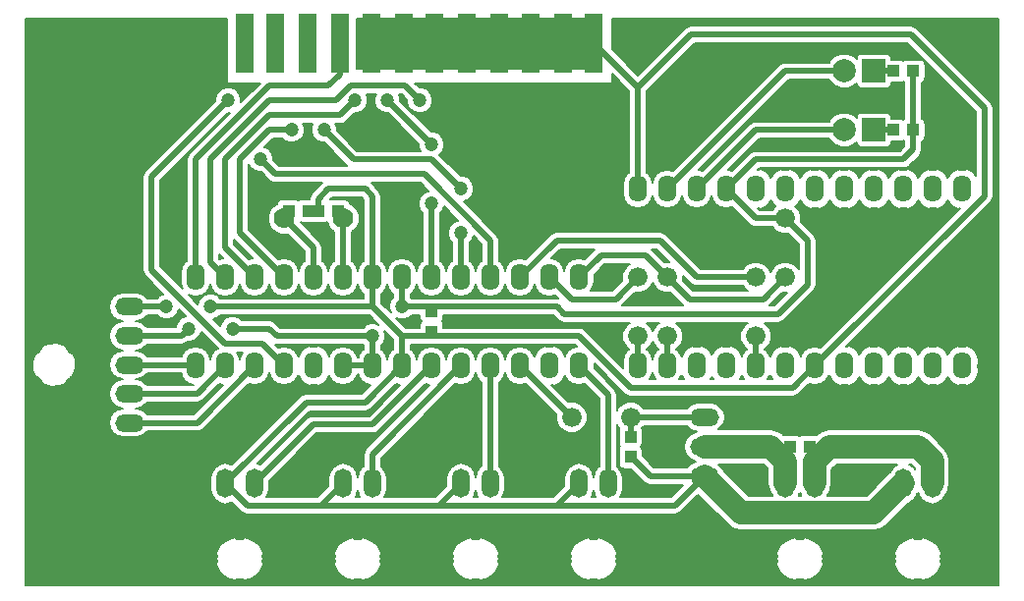
<source format=gbr>
G04 #@! TF.FileFunction,Copper,L2,Bot,Signal*
%FSLAX46Y46*%
G04 Gerber Fmt 4.6, Leading zero omitted, Abs format (unit mm)*
G04 Created by KiCad (PCBNEW 4.0.3-stable) date 08/19/16 14:57:50*
%MOMM*%
%LPD*%
G01*
G04 APERTURE LIST*
%ADD10C,0.100000*%
%ADD11O,1.500000X2.500000*%
%ADD12C,1.778000*%
%ADD13R,1.000000X1.100000*%
%ADD14R,1.100000X1.000000*%
%ADD15O,1.600000X2.300000*%
%ADD16R,1.524000X5.080000*%
%ADD17R,2.000000X2.000000*%
%ADD18C,2.000000*%
%ADD19C,1.676400*%
%ADD20O,2.500000X1.500000*%
%ADD21O,2.499360X1.501140*%
%ADD22C,1.200000*%
%ADD23C,0.500000*%
%ADD24C,2.000000*%
%ADD25C,0.200000*%
G04 APERTURE END LIST*
D10*
D11*
X66040000Y-40640000D03*
X68540000Y-40640000D03*
D12*
X27940000Y-17780000D03*
X22860000Y-17780000D03*
D13*
X35560000Y-25820000D03*
X35560000Y-27520000D03*
D14*
X24980000Y-17145000D03*
X23280000Y-17145000D03*
X25820000Y-17145000D03*
X27520000Y-17145000D03*
D15*
X48260000Y-22860000D03*
X45720000Y-22860000D03*
X43180000Y-22860000D03*
X40640000Y-22860000D03*
X38100000Y-22860000D03*
X35560000Y-22860000D03*
X33020000Y-22860000D03*
X30480000Y-22860000D03*
X27940000Y-22860000D03*
X25400000Y-22860000D03*
X22860000Y-22860000D03*
X20320000Y-22860000D03*
X17780000Y-22860000D03*
X15240000Y-22860000D03*
X15240000Y-30480000D03*
X17780000Y-30480000D03*
X20320000Y-30480000D03*
X22860000Y-30480000D03*
X25400000Y-30480000D03*
X27940000Y-30480000D03*
X30480000Y-30480000D03*
X33020000Y-30480000D03*
X35560000Y-30480000D03*
X38100000Y-30480000D03*
X40640000Y-30480000D03*
X43180000Y-30480000D03*
X45720000Y-30480000D03*
X48260000Y-30480000D03*
D16*
X19417000Y-2667000D03*
X22084000Y-2667000D03*
X24878000Y-2667000D03*
X27672000Y-2667000D03*
X30339000Y-2667000D03*
X33133000Y-2667000D03*
X35800000Y-2667000D03*
X38594000Y-2667000D03*
X41388000Y-2667000D03*
X44055000Y-2667000D03*
X46849000Y-2667000D03*
X49516000Y-2667000D03*
D17*
X73660000Y-5080000D03*
D18*
X71120000Y-5080000D03*
D17*
X73660000Y-10160000D03*
D18*
X71120000Y-10160000D03*
D14*
X77050000Y-5080000D03*
X75350000Y-5080000D03*
X77050000Y-10160000D03*
X75350000Y-10160000D03*
D15*
X53340000Y-30480000D03*
X55880000Y-30480000D03*
X58420000Y-30480000D03*
X60960000Y-30480000D03*
X63500000Y-30480000D03*
X66040000Y-30480000D03*
X68580000Y-30480000D03*
X71120000Y-30480000D03*
X73660000Y-30480000D03*
X76200000Y-30480000D03*
X78740000Y-30480000D03*
X81280000Y-30480000D03*
X81280000Y-15240000D03*
X78740000Y-15240000D03*
X76200000Y-15240000D03*
X73660000Y-15240000D03*
X71120000Y-15240000D03*
X68580000Y-15240000D03*
X66040000Y-15240000D03*
X63500000Y-15240000D03*
X60960000Y-15240000D03*
X58420000Y-15240000D03*
X55880000Y-15240000D03*
X53340000Y-15240000D03*
D19*
X55880000Y-27940000D03*
X55880000Y-22860000D03*
X66040000Y-17780000D03*
X66040000Y-22860000D03*
X53340000Y-27940000D03*
X53340000Y-22860000D03*
X63500000Y-27940000D03*
X63500000Y-22860000D03*
D14*
X68160000Y-37465000D03*
X66460000Y-37465000D03*
D20*
X9525000Y-25400000D03*
X9525000Y-27900000D03*
X9525000Y-30400000D03*
X9525000Y-32900000D03*
X9525000Y-35400000D03*
D11*
X48260000Y-40640000D03*
X50760000Y-40640000D03*
X38100000Y-40640000D03*
X40600000Y-40640000D03*
X27940000Y-40640000D03*
X30440000Y-40640000D03*
X17780000Y-40640000D03*
X20280000Y-40640000D03*
X76200000Y-40640000D03*
X78700000Y-40640000D03*
D21*
X59055000Y-37465000D03*
X59055000Y-40005000D03*
X59055000Y-34925000D03*
D13*
X52705000Y-36615000D03*
X52705000Y-38315000D03*
D19*
X52705000Y-34925000D03*
X47625000Y-34925000D03*
D22*
X18415000Y-27305000D03*
X14605000Y-27305000D03*
X30480000Y-27940000D03*
X33020000Y-25400000D03*
X16510000Y-25400000D03*
X12700000Y-25400000D03*
X20828000Y-12700000D03*
X38100000Y-15240000D03*
X38100000Y-19050000D03*
X26289000Y-10160000D03*
X31750000Y-7620000D03*
X35560000Y-16510000D03*
X35560000Y-11430000D03*
X23495000Y-10160000D03*
X28956000Y-7620000D03*
X34544000Y-7620000D03*
X18034000Y-7620000D03*
D23*
X18415000Y-27305000D02*
X21590000Y-27305000D01*
X22225000Y-27940000D02*
X30480000Y-27940000D01*
X21590000Y-27305000D02*
X22225000Y-27940000D01*
X27940000Y-30480000D02*
X30480000Y-30480000D01*
X9525000Y-27900000D02*
X14010000Y-27900000D01*
X14010000Y-27900000D02*
X14605000Y-27305000D01*
X35560000Y-25820000D02*
X35140000Y-25400000D01*
X35140000Y-25400000D02*
X34925000Y-25400000D01*
X66040000Y-17780000D02*
X67945000Y-19685000D01*
X46355000Y-25400000D02*
X34925000Y-25400000D01*
X34925000Y-25400000D02*
X33020000Y-25400000D01*
X46990000Y-26035000D02*
X46355000Y-25400000D01*
X65405000Y-26035000D02*
X46990000Y-26035000D01*
X67945000Y-23495000D02*
X65405000Y-26035000D01*
X67945000Y-19685000D02*
X67945000Y-23495000D01*
X60960000Y-15240000D02*
X63500000Y-17780000D01*
X63500000Y-17780000D02*
X66040000Y-17780000D01*
X30480000Y-30480000D02*
X30480000Y-27940000D01*
X33020000Y-25400000D02*
X33020000Y-22860000D01*
X77050000Y-10160000D02*
X77050000Y-11850000D01*
X63500000Y-12700000D02*
X60960000Y-15240000D01*
X76200000Y-12700000D02*
X63500000Y-12700000D01*
X77050000Y-11850000D02*
X76200000Y-12700000D01*
X77050000Y-10160000D02*
X77050000Y-5080000D01*
X52705000Y-38315000D02*
X54395000Y-40005000D01*
X54395000Y-40005000D02*
X59055000Y-40005000D01*
D24*
X59055000Y-40005000D02*
X62230000Y-43180000D01*
X73660000Y-43180000D02*
X76200000Y-40640000D01*
X62230000Y-43180000D02*
X73660000Y-43180000D01*
D23*
X27940000Y-40640000D02*
X26035000Y-42545000D01*
X38100000Y-40640000D02*
X36195000Y-42545000D01*
X48260000Y-40640000D02*
X46355000Y-42545000D01*
X17780000Y-40640000D02*
X24765000Y-33655000D01*
X29845000Y-33655000D02*
X33020000Y-30480000D01*
X24765000Y-33655000D02*
X29845000Y-33655000D01*
X29845000Y-42545000D02*
X26035000Y-42545000D01*
X26035000Y-42545000D02*
X19685000Y-42545000D01*
X19685000Y-42545000D02*
X17780000Y-40640000D01*
X40005000Y-42545000D02*
X36195000Y-42545000D01*
X36195000Y-42545000D02*
X29845000Y-42545000D01*
X50165000Y-42545000D02*
X46355000Y-42545000D01*
X46355000Y-42545000D02*
X40005000Y-42545000D01*
X56515000Y-42545000D02*
X59055000Y-40005000D01*
X50165000Y-42545000D02*
X56515000Y-42545000D01*
X9525000Y-25400000D02*
X12700000Y-25400000D01*
X16510000Y-25400000D02*
X30480000Y-25400000D01*
X68580000Y-30480000D02*
X66675000Y-32385000D01*
X48260000Y-27940000D02*
X33020000Y-27940000D01*
X52705000Y-32385000D02*
X48260000Y-27940000D01*
X66675000Y-32385000D02*
X52705000Y-32385000D01*
X35560000Y-27520000D02*
X35560000Y-27940000D01*
X35560000Y-27940000D02*
X33020000Y-27940000D01*
X33020000Y-27940000D02*
X30480000Y-25400000D01*
X30480000Y-25400000D02*
X30480000Y-22860000D01*
X33020000Y-27940000D02*
X33020000Y-30480000D01*
X53340000Y-6491000D02*
X57926000Y-1905000D01*
X57926000Y-1905000D02*
X76835000Y-1905000D01*
X76835000Y-1905000D02*
X83185000Y-8255000D01*
X83185000Y-8255000D02*
X83185000Y-15875000D01*
X83185000Y-15875000D02*
X68580000Y-30480000D01*
X25820000Y-17145000D02*
X25820000Y-16090000D01*
X30480000Y-15875000D02*
X30480000Y-22860000D01*
X29845000Y-15240000D02*
X30480000Y-15875000D01*
X26670000Y-15240000D02*
X29845000Y-15240000D01*
X25820000Y-16090000D02*
X26670000Y-15240000D01*
X24980000Y-17145000D02*
X25820000Y-17145000D01*
X53340000Y-15240000D02*
X53340000Y-6491000D01*
X53340000Y-6491000D02*
X49516000Y-2667000D01*
X25400000Y-22860000D02*
X25400000Y-20320000D01*
X25400000Y-20320000D02*
X22860000Y-17780000D01*
X27940000Y-17780000D02*
X27940000Y-22860000D01*
X48260000Y-30480000D02*
X50760000Y-32980000D01*
X50760000Y-32980000D02*
X50760000Y-40640000D01*
X47625000Y-24765000D02*
X45720000Y-22860000D01*
X53340000Y-22860000D02*
X51435000Y-24765000D01*
X51435000Y-24765000D02*
X47625000Y-24765000D01*
X43180000Y-22860000D02*
X46355000Y-19685000D01*
X55245000Y-19685000D02*
X58420000Y-22860000D01*
X46355000Y-19685000D02*
X55245000Y-19685000D01*
X63500000Y-22860000D02*
X58420000Y-22860000D01*
X20828000Y-12700000D02*
X22098000Y-13970000D01*
X34925000Y-13970000D02*
X40640000Y-19685000D01*
X40640000Y-22860000D02*
X40640000Y-19685000D01*
X22098000Y-13970000D02*
X34925000Y-13970000D01*
X26289000Y-10160000D02*
X28829000Y-12700000D01*
X35560000Y-12700000D02*
X38100000Y-15240000D01*
X38100000Y-22860000D02*
X38100000Y-19050000D01*
X28829000Y-12700000D02*
X35560000Y-12700000D01*
X31750000Y-7620000D02*
X35560000Y-11430000D01*
X35560000Y-16510000D02*
X35560000Y-22860000D01*
X23495000Y-10160000D02*
X21590000Y-10160000D01*
X19050000Y-19050000D02*
X22860000Y-22860000D01*
X19050000Y-12700000D02*
X19050000Y-19050000D01*
X21590000Y-10160000D02*
X19050000Y-12700000D01*
X20320000Y-22860000D02*
X17780000Y-20320000D01*
X27686000Y-8890000D02*
X21590000Y-8890000D01*
X28956000Y-7620000D02*
X27686000Y-8890000D01*
X17780000Y-12700000D02*
X21590000Y-8890000D01*
X17780000Y-20320000D02*
X17780000Y-12700000D01*
X21590000Y-7620000D02*
X16510000Y-12700000D01*
X33274000Y-6350000D02*
X28575000Y-6350000D01*
X28575000Y-6350000D02*
X27305000Y-7620000D01*
X27305000Y-7620000D02*
X21590000Y-7620000D01*
X34544000Y-7620000D02*
X33274000Y-6350000D01*
X16510000Y-21590000D02*
X16510000Y-12700000D01*
X16510000Y-21590000D02*
X17780000Y-22860000D01*
X27672000Y-2667000D02*
X27672000Y-5348000D01*
X15240000Y-12700000D02*
X15240000Y-22860000D01*
X21590000Y-6350000D02*
X15240000Y-12700000D01*
X26670000Y-6350000D02*
X21590000Y-6350000D01*
X27672000Y-5348000D02*
X26670000Y-6350000D01*
X9525000Y-30400000D02*
X15160000Y-30400000D01*
X15160000Y-30400000D02*
X15240000Y-30480000D01*
X9525000Y-32900000D02*
X15360000Y-32900000D01*
X15360000Y-32900000D02*
X17780000Y-30480000D01*
X9525000Y-35400000D02*
X15400000Y-35400000D01*
X15400000Y-35400000D02*
X20320000Y-30480000D01*
X18034000Y-7620000D02*
X11430000Y-14224000D01*
X20955000Y-28575000D02*
X22860000Y-30480000D01*
X17780000Y-28575000D02*
X20955000Y-28575000D01*
X11430000Y-22225000D02*
X17780000Y-28575000D01*
X11430000Y-14224000D02*
X11430000Y-22225000D01*
X20280000Y-40640000D02*
X25360000Y-35560000D01*
X30480000Y-35560000D02*
X35560000Y-30480000D01*
X25360000Y-35560000D02*
X30480000Y-35560000D01*
X30440000Y-40640000D02*
X30440000Y-38140000D01*
X30440000Y-38140000D02*
X38100000Y-30480000D01*
X40600000Y-40640000D02*
X40640000Y-40600000D01*
X40640000Y-40600000D02*
X40640000Y-30480000D01*
X47625000Y-34925000D02*
X43180000Y-30480000D01*
X55880000Y-27940000D02*
X55880000Y-30480000D01*
X66040000Y-22860000D02*
X64135000Y-24765000D01*
X57785000Y-24765000D02*
X55880000Y-22860000D01*
X64135000Y-24765000D02*
X57785000Y-24765000D01*
X55880000Y-22860000D02*
X53975000Y-20955000D01*
X50165000Y-20955000D02*
X48260000Y-22860000D01*
X53975000Y-20955000D02*
X50165000Y-20955000D01*
X73660000Y-5080000D02*
X75350000Y-5080000D01*
X71120000Y-5080000D02*
X66040000Y-5080000D01*
X66040000Y-5080000D02*
X55880000Y-15240000D01*
X73660000Y-10160000D02*
X75350000Y-10160000D01*
X58420000Y-15240000D02*
X63500000Y-10160000D01*
X63500000Y-10160000D02*
X71120000Y-10160000D01*
X53340000Y-27940000D02*
X53340000Y-30480000D01*
X63500000Y-27940000D02*
X63500000Y-30480000D01*
X68540000Y-40640000D02*
X68540000Y-37845000D01*
X68540000Y-37845000D02*
X68160000Y-37465000D01*
D24*
X78700000Y-40640000D02*
X78700000Y-38695000D01*
X68540000Y-38775000D02*
X68540000Y-40640000D01*
X69850000Y-37465000D02*
X68540000Y-38775000D01*
X77470000Y-37465000D02*
X69850000Y-37465000D01*
X78700000Y-38695000D02*
X77470000Y-37465000D01*
D23*
X66040000Y-40640000D02*
X66040000Y-37885000D01*
X66040000Y-37885000D02*
X66460000Y-37465000D01*
D24*
X66040000Y-40640000D02*
X66040000Y-38735000D01*
X64770000Y-37465000D02*
X59055000Y-37465000D01*
X66040000Y-38735000D02*
X64770000Y-37465000D01*
D23*
X52705000Y-34925000D02*
X52705000Y-36615000D01*
X52705000Y-34925000D02*
X54610000Y-34925000D01*
X54610000Y-34925000D02*
X59055000Y-34925000D01*
D25*
G36*
X49900000Y-4900000D02*
X29100000Y-4900000D01*
X29100000Y-575000D01*
X49900000Y-575000D01*
X49900000Y-4900000D01*
X49900000Y-4900000D01*
G37*
X49900000Y-4900000D02*
X29100000Y-4900000D01*
X29100000Y-575000D01*
X49900000Y-575000D01*
X49900000Y-4900000D01*
G36*
X17900000Y-6000000D02*
X17907879Y-6038906D01*
X17930273Y-6071681D01*
X17963654Y-6093161D01*
X18000000Y-6100000D01*
X20779340Y-6100000D01*
X19133890Y-7745450D01*
X19134190Y-7402156D01*
X18967078Y-6997714D01*
X18657913Y-6688009D01*
X18253763Y-6520192D01*
X17816156Y-6519810D01*
X17411714Y-6686922D01*
X17102009Y-6996087D01*
X16934192Y-7400237D01*
X16933966Y-7659374D01*
X10899670Y-13693670D01*
X10737090Y-13936987D01*
X10680000Y-14224000D01*
X10680000Y-22225000D01*
X10737090Y-22512013D01*
X10899670Y-22755330D01*
X12455262Y-24310922D01*
X12077714Y-24466922D01*
X11894316Y-24650000D01*
X11032626Y-24650000D01*
X10943168Y-24516117D01*
X10537639Y-24245151D01*
X10059285Y-24150000D01*
X8990715Y-24150000D01*
X8512361Y-24245151D01*
X8106832Y-24516117D01*
X7835866Y-24921646D01*
X7740715Y-25400000D01*
X7835866Y-25878354D01*
X8106832Y-26283883D01*
X8512361Y-26554849D01*
X8990715Y-26650000D01*
X8512361Y-26745151D01*
X8106832Y-27016117D01*
X7835866Y-27421646D01*
X7740715Y-27900000D01*
X7835866Y-28378354D01*
X8106832Y-28783883D01*
X8512361Y-29054849D01*
X8990715Y-29150000D01*
X8512361Y-29245151D01*
X8106832Y-29516117D01*
X7835866Y-29921646D01*
X7740715Y-30400000D01*
X7835866Y-30878354D01*
X8106832Y-31283883D01*
X8512361Y-31554849D01*
X8990715Y-31650000D01*
X8512361Y-31745151D01*
X8106832Y-32016117D01*
X7835866Y-32421646D01*
X7740715Y-32900000D01*
X7835866Y-33378354D01*
X8106832Y-33783883D01*
X8512361Y-34054849D01*
X8990715Y-34150000D01*
X8512361Y-34245151D01*
X8106832Y-34516117D01*
X7835866Y-34921646D01*
X7740715Y-35400000D01*
X7835866Y-35878354D01*
X8106832Y-36283883D01*
X8512361Y-36554849D01*
X8990715Y-36650000D01*
X10059285Y-36650000D01*
X10537639Y-36554849D01*
X10943168Y-36283883D01*
X11032626Y-36150000D01*
X15400000Y-36150000D01*
X15687013Y-36092910D01*
X15930330Y-35930330D01*
X19807394Y-32053266D01*
X19822512Y-32063368D01*
X20320000Y-32162325D01*
X20817488Y-32063368D01*
X21239239Y-31781564D01*
X21521043Y-31359813D01*
X21590000Y-31013144D01*
X21658957Y-31359813D01*
X21940761Y-31781564D01*
X22362512Y-32063368D01*
X22860000Y-32162325D01*
X23357488Y-32063368D01*
X23779239Y-31781564D01*
X24061043Y-31359813D01*
X24080155Y-31263730D01*
X24158111Y-31511096D01*
X24513288Y-31934501D01*
X25028958Y-32188231D01*
X25168688Y-32116314D01*
X25400000Y-32162325D01*
X25631312Y-32116314D01*
X25771042Y-32188231D01*
X26286712Y-31934501D01*
X26641889Y-31511096D01*
X26719845Y-31263730D01*
X26738957Y-31359813D01*
X27020761Y-31781564D01*
X27442512Y-32063368D01*
X27940000Y-32162325D01*
X28437488Y-32063368D01*
X28859239Y-31781564D01*
X29141043Y-31359813D01*
X29166865Y-31230000D01*
X29253135Y-31230000D01*
X29278957Y-31359813D01*
X29560761Y-31781564D01*
X29982512Y-32063368D01*
X30310693Y-32128647D01*
X29534340Y-32905000D01*
X24765000Y-32905000D01*
X24477987Y-32962090D01*
X24304651Y-33077910D01*
X24234670Y-33124670D01*
X18348344Y-39010996D01*
X18258354Y-38950866D01*
X17780000Y-38855715D01*
X17301646Y-38950866D01*
X16896117Y-39221832D01*
X16625151Y-39627361D01*
X16530000Y-40105715D01*
X16530000Y-41174285D01*
X16625151Y-41652639D01*
X16896117Y-42058168D01*
X17301646Y-42329134D01*
X17780000Y-42424285D01*
X18258354Y-42329134D01*
X18348344Y-42269004D01*
X19154670Y-43075330D01*
X19397987Y-43237910D01*
X19685000Y-43295000D01*
X56515000Y-43295000D01*
X56802013Y-43237910D01*
X57045330Y-43075330D01*
X58524670Y-41595990D01*
X61169340Y-44240660D01*
X61655975Y-44565819D01*
X62230000Y-44680000D01*
X73660000Y-44680000D01*
X74234025Y-44565819D01*
X74720660Y-44240660D01*
X76620722Y-42340598D01*
X76678354Y-42329134D01*
X77083883Y-42058168D01*
X77354849Y-41652639D01*
X77381173Y-41520299D01*
X77450000Y-41417293D01*
X77518827Y-41520299D01*
X77545151Y-41652639D01*
X77816117Y-42058168D01*
X78221646Y-42329134D01*
X78700000Y-42424285D01*
X79178354Y-42329134D01*
X79583883Y-42058168D01*
X79854849Y-41652639D01*
X79881173Y-41520299D01*
X80085819Y-41214025D01*
X80200000Y-40640000D01*
X80200000Y-38695000D01*
X80085819Y-38120975D01*
X79760660Y-37634340D01*
X78530660Y-36404340D01*
X78044025Y-36079181D01*
X77470000Y-35965000D01*
X69850000Y-35965000D01*
X69275975Y-36079181D01*
X68789340Y-36404340D01*
X68733680Y-36460000D01*
X68710000Y-36455205D01*
X67610000Y-36455205D01*
X67424711Y-36490069D01*
X67309285Y-36564344D01*
X67208339Y-36495370D01*
X67010000Y-36455205D01*
X65910000Y-36455205D01*
X65886034Y-36459714D01*
X65830660Y-36404340D01*
X65344025Y-36079181D01*
X64770000Y-35965000D01*
X60239633Y-35965000D01*
X60472675Y-35809287D01*
X60743764Y-35403572D01*
X60838958Y-34925000D01*
X60743764Y-34446428D01*
X60472675Y-34040713D01*
X60066960Y-33769624D01*
X59588388Y-33674430D01*
X58521612Y-33674430D01*
X58043040Y-33769624D01*
X57637325Y-34040713D01*
X57547598Y-34175000D01*
X53843040Y-34175000D01*
X53840132Y-34167961D01*
X53464019Y-33791191D01*
X52972352Y-33587033D01*
X52439983Y-33586568D01*
X51947961Y-33789868D01*
X51571191Y-34165981D01*
X51510000Y-34313345D01*
X51510000Y-32980000D01*
X51452910Y-32692987D01*
X51290330Y-32449670D01*
X49560000Y-30719340D01*
X49560000Y-30300660D01*
X52174670Y-32915330D01*
X52417987Y-33077910D01*
X52705000Y-33135000D01*
X66675000Y-33135000D01*
X66962013Y-33077910D01*
X67205330Y-32915330D01*
X68067394Y-32053266D01*
X68082512Y-32063368D01*
X68580000Y-32162325D01*
X69077488Y-32063368D01*
X69499239Y-31781564D01*
X69781043Y-31359813D01*
X69800155Y-31263730D01*
X69878111Y-31511096D01*
X70233288Y-31934501D01*
X70748958Y-32188231D01*
X70888688Y-32116314D01*
X71120000Y-32162325D01*
X71351312Y-32116314D01*
X71491042Y-32188231D01*
X72006712Y-31934501D01*
X72361889Y-31511096D01*
X72390000Y-31421895D01*
X72418111Y-31511096D01*
X72773288Y-31934501D01*
X73288958Y-32188231D01*
X73428688Y-32116314D01*
X73660000Y-32162325D01*
X73891312Y-32116314D01*
X74031042Y-32188231D01*
X74546712Y-31934501D01*
X74901889Y-31511096D01*
X74930000Y-31421895D01*
X74958111Y-31511096D01*
X75313288Y-31934501D01*
X75828958Y-32188231D01*
X75968688Y-32116314D01*
X76200000Y-32162325D01*
X76431312Y-32116314D01*
X76571042Y-32188231D01*
X77086712Y-31934501D01*
X77441889Y-31511096D01*
X77470000Y-31421895D01*
X77498111Y-31511096D01*
X77853288Y-31934501D01*
X78368958Y-32188231D01*
X78508688Y-32116314D01*
X78740000Y-32162325D01*
X78971312Y-32116314D01*
X79111042Y-32188231D01*
X79626712Y-31934501D01*
X79981889Y-31511096D01*
X80010000Y-31421895D01*
X80038111Y-31511096D01*
X80393288Y-31934501D01*
X80908958Y-32188231D01*
X81048688Y-32116314D01*
X81280000Y-32162325D01*
X81511312Y-32116314D01*
X81651042Y-32188231D01*
X82166712Y-31934501D01*
X82521889Y-31511096D01*
X82688000Y-30984000D01*
X82688000Y-30634000D01*
X82580000Y-30634000D01*
X82580000Y-30326000D01*
X82688000Y-30326000D01*
X82688000Y-29976000D01*
X82521889Y-29448904D01*
X82166712Y-29025499D01*
X81651042Y-28771769D01*
X81511312Y-28843686D01*
X81280000Y-28797675D01*
X81048688Y-28843686D01*
X80908958Y-28771769D01*
X80393288Y-29025499D01*
X80038111Y-29448904D01*
X80010000Y-29538105D01*
X79981889Y-29448904D01*
X79626712Y-29025499D01*
X79111042Y-28771769D01*
X78971312Y-28843686D01*
X78740000Y-28797675D01*
X78508688Y-28843686D01*
X78368958Y-28771769D01*
X77853288Y-29025499D01*
X77498111Y-29448904D01*
X77470000Y-29538105D01*
X77441889Y-29448904D01*
X77086712Y-29025499D01*
X76571042Y-28771769D01*
X76431312Y-28843686D01*
X76200000Y-28797675D01*
X75968688Y-28843686D01*
X75828958Y-28771769D01*
X75313288Y-29025499D01*
X74958111Y-29448904D01*
X74930000Y-29538105D01*
X74901889Y-29448904D01*
X74546712Y-29025499D01*
X74031042Y-28771769D01*
X73891312Y-28843686D01*
X73660000Y-28797675D01*
X73428688Y-28843686D01*
X73288958Y-28771769D01*
X72773288Y-29025499D01*
X72418111Y-29448904D01*
X72390000Y-29538105D01*
X72361889Y-29448904D01*
X72006712Y-29025499D01*
X71491042Y-28771769D01*
X71351312Y-28843686D01*
X71289307Y-28831353D01*
X83715330Y-16405330D01*
X83877910Y-16162013D01*
X83935000Y-15875000D01*
X83935000Y-8255000D01*
X83877910Y-7967987D01*
X83715330Y-7724670D01*
X77365330Y-1374670D01*
X77122013Y-1212090D01*
X76835000Y-1155000D01*
X57926000Y-1155000D01*
X57638987Y-1212090D01*
X57395670Y-1374670D01*
X53340000Y-5430340D01*
X51100000Y-3190340D01*
X51100000Y-575000D01*
X84425000Y-575000D01*
X84425000Y-49425000D01*
X575000Y-49425000D01*
X575000Y-46698241D01*
X16975280Y-46698241D01*
X17042359Y-46880885D01*
X16990818Y-47140000D01*
X17042359Y-47399115D01*
X16975280Y-47581759D01*
X16991889Y-47668015D01*
X17330064Y-48312103D01*
X17888978Y-48777749D01*
X18583542Y-48994062D01*
X18794750Y-48890000D01*
X19265250Y-48890000D01*
X19476458Y-48994062D01*
X20171022Y-48777749D01*
X20729936Y-48312103D01*
X21068111Y-47668015D01*
X21084720Y-47581759D01*
X21017641Y-47399115D01*
X21069182Y-47140000D01*
X21017641Y-46880885D01*
X21084720Y-46698241D01*
X27135280Y-46698241D01*
X27202359Y-46880885D01*
X27150818Y-47140000D01*
X27202359Y-47399115D01*
X27135280Y-47581759D01*
X27151889Y-47668015D01*
X27490064Y-48312103D01*
X28048978Y-48777749D01*
X28743542Y-48994062D01*
X28954750Y-48890000D01*
X29425250Y-48890000D01*
X29636458Y-48994062D01*
X30331022Y-48777749D01*
X30889936Y-48312103D01*
X31228111Y-47668015D01*
X31244720Y-47581759D01*
X31177641Y-47399115D01*
X31229182Y-47140000D01*
X31177641Y-46880885D01*
X31244720Y-46698241D01*
X37295280Y-46698241D01*
X37362359Y-46880885D01*
X37310818Y-47140000D01*
X37362359Y-47399115D01*
X37295280Y-47581759D01*
X37311889Y-47668015D01*
X37650064Y-48312103D01*
X38208978Y-48777749D01*
X38903542Y-48994062D01*
X39114750Y-48890000D01*
X39585250Y-48890000D01*
X39796458Y-48994062D01*
X40491022Y-48777749D01*
X41049936Y-48312103D01*
X41388111Y-47668015D01*
X41404720Y-47581759D01*
X41337641Y-47399115D01*
X41389182Y-47140000D01*
X41337641Y-46880885D01*
X41404720Y-46698241D01*
X47455280Y-46698241D01*
X47522359Y-46880885D01*
X47470818Y-47140000D01*
X47522359Y-47399115D01*
X47455280Y-47581759D01*
X47471889Y-47668015D01*
X47810064Y-48312103D01*
X48368978Y-48777749D01*
X49063542Y-48994062D01*
X49274750Y-48890000D01*
X49745250Y-48890000D01*
X49956458Y-48994062D01*
X50651022Y-48777749D01*
X51209936Y-48312103D01*
X51548111Y-47668015D01*
X51564720Y-47581759D01*
X51497641Y-47399115D01*
X51549182Y-47140000D01*
X51497641Y-46880885D01*
X51564720Y-46698241D01*
X65235280Y-46698241D01*
X65302359Y-46880885D01*
X65250818Y-47140000D01*
X65302359Y-47399115D01*
X65235280Y-47581759D01*
X65251889Y-47668015D01*
X65590064Y-48312103D01*
X66148978Y-48777749D01*
X66843542Y-48994062D01*
X67054750Y-48890000D01*
X67525250Y-48890000D01*
X67736458Y-48994062D01*
X68431022Y-48777749D01*
X68989936Y-48312103D01*
X69328111Y-47668015D01*
X69344720Y-47581759D01*
X69277641Y-47399115D01*
X69329182Y-47140000D01*
X69277641Y-46880885D01*
X69344720Y-46698241D01*
X75395280Y-46698241D01*
X75462359Y-46880885D01*
X75410818Y-47140000D01*
X75462359Y-47399115D01*
X75395280Y-47581759D01*
X75411889Y-47668015D01*
X75750064Y-48312103D01*
X76308978Y-48777749D01*
X77003542Y-48994062D01*
X77214750Y-48890000D01*
X77685250Y-48890000D01*
X77896458Y-48994062D01*
X78591022Y-48777749D01*
X79149936Y-48312103D01*
X79488111Y-47668015D01*
X79504720Y-47581759D01*
X79437641Y-47399115D01*
X79489182Y-47140000D01*
X79437641Y-46880885D01*
X79504720Y-46698241D01*
X79488111Y-46611985D01*
X79149936Y-45967897D01*
X78591022Y-45502251D01*
X77896458Y-45285938D01*
X77685250Y-45390000D01*
X77214750Y-45390000D01*
X77003542Y-45285938D01*
X76308978Y-45502251D01*
X75750064Y-45967897D01*
X75411889Y-46611985D01*
X75395280Y-46698241D01*
X69344720Y-46698241D01*
X69328111Y-46611985D01*
X68989936Y-45967897D01*
X68431022Y-45502251D01*
X67736458Y-45285938D01*
X67525250Y-45390000D01*
X67054750Y-45390000D01*
X66843542Y-45285938D01*
X66148978Y-45502251D01*
X65590064Y-45967897D01*
X65251889Y-46611985D01*
X65235280Y-46698241D01*
X51564720Y-46698241D01*
X51548111Y-46611985D01*
X51209936Y-45967897D01*
X50651022Y-45502251D01*
X49956458Y-45285938D01*
X49745250Y-45390000D01*
X49274750Y-45390000D01*
X49063542Y-45285938D01*
X48368978Y-45502251D01*
X47810064Y-45967897D01*
X47471889Y-46611985D01*
X47455280Y-46698241D01*
X41404720Y-46698241D01*
X41388111Y-46611985D01*
X41049936Y-45967897D01*
X40491022Y-45502251D01*
X39796458Y-45285938D01*
X39585250Y-45390000D01*
X39114750Y-45390000D01*
X38903542Y-45285938D01*
X38208978Y-45502251D01*
X37650064Y-45967897D01*
X37311889Y-46611985D01*
X37295280Y-46698241D01*
X31244720Y-46698241D01*
X31228111Y-46611985D01*
X30889936Y-45967897D01*
X30331022Y-45502251D01*
X29636458Y-45285938D01*
X29425250Y-45390000D01*
X28954750Y-45390000D01*
X28743542Y-45285938D01*
X28048978Y-45502251D01*
X27490064Y-45967897D01*
X27151889Y-46611985D01*
X27135280Y-46698241D01*
X21084720Y-46698241D01*
X21068111Y-46611985D01*
X20729936Y-45967897D01*
X20171022Y-45502251D01*
X19476458Y-45285938D01*
X19265250Y-45390000D01*
X18794750Y-45390000D01*
X18583542Y-45285938D01*
X17888978Y-45502251D01*
X17330064Y-45967897D01*
X16991889Y-46611985D01*
X16975280Y-46698241D01*
X575000Y-46698241D01*
X575000Y-30108970D01*
X1153089Y-30108970D01*
X1184207Y-30847473D01*
X1406952Y-31385226D01*
X1650680Y-31500316D01*
X1925113Y-31775228D01*
X2039774Y-32018048D01*
X2733970Y-32271911D01*
X3472473Y-32240793D01*
X4010226Y-32018048D01*
X4125316Y-31774320D01*
X4400228Y-31499887D01*
X4643048Y-31385226D01*
X4896911Y-30691030D01*
X4865793Y-29952527D01*
X4643048Y-29414774D01*
X4399320Y-29299684D01*
X4124887Y-29024772D01*
X4010226Y-28781952D01*
X3316030Y-28528089D01*
X2577527Y-28559207D01*
X2039774Y-28781952D01*
X1924684Y-29025680D01*
X1649772Y-29300113D01*
X1406952Y-29414774D01*
X1153089Y-30108970D01*
X575000Y-30108970D01*
X575000Y-575000D01*
X17900000Y-575000D01*
X17900000Y-6000000D01*
X17900000Y-6000000D01*
G37*
X17900000Y-6000000D02*
X17907879Y-6038906D01*
X17930273Y-6071681D01*
X17963654Y-6093161D01*
X18000000Y-6100000D01*
X20779340Y-6100000D01*
X19133890Y-7745450D01*
X19134190Y-7402156D01*
X18967078Y-6997714D01*
X18657913Y-6688009D01*
X18253763Y-6520192D01*
X17816156Y-6519810D01*
X17411714Y-6686922D01*
X17102009Y-6996087D01*
X16934192Y-7400237D01*
X16933966Y-7659374D01*
X10899670Y-13693670D01*
X10737090Y-13936987D01*
X10680000Y-14224000D01*
X10680000Y-22225000D01*
X10737090Y-22512013D01*
X10899670Y-22755330D01*
X12455262Y-24310922D01*
X12077714Y-24466922D01*
X11894316Y-24650000D01*
X11032626Y-24650000D01*
X10943168Y-24516117D01*
X10537639Y-24245151D01*
X10059285Y-24150000D01*
X8990715Y-24150000D01*
X8512361Y-24245151D01*
X8106832Y-24516117D01*
X7835866Y-24921646D01*
X7740715Y-25400000D01*
X7835866Y-25878354D01*
X8106832Y-26283883D01*
X8512361Y-26554849D01*
X8990715Y-26650000D01*
X8512361Y-26745151D01*
X8106832Y-27016117D01*
X7835866Y-27421646D01*
X7740715Y-27900000D01*
X7835866Y-28378354D01*
X8106832Y-28783883D01*
X8512361Y-29054849D01*
X8990715Y-29150000D01*
X8512361Y-29245151D01*
X8106832Y-29516117D01*
X7835866Y-29921646D01*
X7740715Y-30400000D01*
X7835866Y-30878354D01*
X8106832Y-31283883D01*
X8512361Y-31554849D01*
X8990715Y-31650000D01*
X8512361Y-31745151D01*
X8106832Y-32016117D01*
X7835866Y-32421646D01*
X7740715Y-32900000D01*
X7835866Y-33378354D01*
X8106832Y-33783883D01*
X8512361Y-34054849D01*
X8990715Y-34150000D01*
X8512361Y-34245151D01*
X8106832Y-34516117D01*
X7835866Y-34921646D01*
X7740715Y-35400000D01*
X7835866Y-35878354D01*
X8106832Y-36283883D01*
X8512361Y-36554849D01*
X8990715Y-36650000D01*
X10059285Y-36650000D01*
X10537639Y-36554849D01*
X10943168Y-36283883D01*
X11032626Y-36150000D01*
X15400000Y-36150000D01*
X15687013Y-36092910D01*
X15930330Y-35930330D01*
X19807394Y-32053266D01*
X19822512Y-32063368D01*
X20320000Y-32162325D01*
X20817488Y-32063368D01*
X21239239Y-31781564D01*
X21521043Y-31359813D01*
X21590000Y-31013144D01*
X21658957Y-31359813D01*
X21940761Y-31781564D01*
X22362512Y-32063368D01*
X22860000Y-32162325D01*
X23357488Y-32063368D01*
X23779239Y-31781564D01*
X24061043Y-31359813D01*
X24080155Y-31263730D01*
X24158111Y-31511096D01*
X24513288Y-31934501D01*
X25028958Y-32188231D01*
X25168688Y-32116314D01*
X25400000Y-32162325D01*
X25631312Y-32116314D01*
X25771042Y-32188231D01*
X26286712Y-31934501D01*
X26641889Y-31511096D01*
X26719845Y-31263730D01*
X26738957Y-31359813D01*
X27020761Y-31781564D01*
X27442512Y-32063368D01*
X27940000Y-32162325D01*
X28437488Y-32063368D01*
X28859239Y-31781564D01*
X29141043Y-31359813D01*
X29166865Y-31230000D01*
X29253135Y-31230000D01*
X29278957Y-31359813D01*
X29560761Y-31781564D01*
X29982512Y-32063368D01*
X30310693Y-32128647D01*
X29534340Y-32905000D01*
X24765000Y-32905000D01*
X24477987Y-32962090D01*
X24304651Y-33077910D01*
X24234670Y-33124670D01*
X18348344Y-39010996D01*
X18258354Y-38950866D01*
X17780000Y-38855715D01*
X17301646Y-38950866D01*
X16896117Y-39221832D01*
X16625151Y-39627361D01*
X16530000Y-40105715D01*
X16530000Y-41174285D01*
X16625151Y-41652639D01*
X16896117Y-42058168D01*
X17301646Y-42329134D01*
X17780000Y-42424285D01*
X18258354Y-42329134D01*
X18348344Y-42269004D01*
X19154670Y-43075330D01*
X19397987Y-43237910D01*
X19685000Y-43295000D01*
X56515000Y-43295000D01*
X56802013Y-43237910D01*
X57045330Y-43075330D01*
X58524670Y-41595990D01*
X61169340Y-44240660D01*
X61655975Y-44565819D01*
X62230000Y-44680000D01*
X73660000Y-44680000D01*
X74234025Y-44565819D01*
X74720660Y-44240660D01*
X76620722Y-42340598D01*
X76678354Y-42329134D01*
X77083883Y-42058168D01*
X77354849Y-41652639D01*
X77381173Y-41520299D01*
X77450000Y-41417293D01*
X77518827Y-41520299D01*
X77545151Y-41652639D01*
X77816117Y-42058168D01*
X78221646Y-42329134D01*
X78700000Y-42424285D01*
X79178354Y-42329134D01*
X79583883Y-42058168D01*
X79854849Y-41652639D01*
X79881173Y-41520299D01*
X80085819Y-41214025D01*
X80200000Y-40640000D01*
X80200000Y-38695000D01*
X80085819Y-38120975D01*
X79760660Y-37634340D01*
X78530660Y-36404340D01*
X78044025Y-36079181D01*
X77470000Y-35965000D01*
X69850000Y-35965000D01*
X69275975Y-36079181D01*
X68789340Y-36404340D01*
X68733680Y-36460000D01*
X68710000Y-36455205D01*
X67610000Y-36455205D01*
X67424711Y-36490069D01*
X67309285Y-36564344D01*
X67208339Y-36495370D01*
X67010000Y-36455205D01*
X65910000Y-36455205D01*
X65886034Y-36459714D01*
X65830660Y-36404340D01*
X65344025Y-36079181D01*
X64770000Y-35965000D01*
X60239633Y-35965000D01*
X60472675Y-35809287D01*
X60743764Y-35403572D01*
X60838958Y-34925000D01*
X60743764Y-34446428D01*
X60472675Y-34040713D01*
X60066960Y-33769624D01*
X59588388Y-33674430D01*
X58521612Y-33674430D01*
X58043040Y-33769624D01*
X57637325Y-34040713D01*
X57547598Y-34175000D01*
X53843040Y-34175000D01*
X53840132Y-34167961D01*
X53464019Y-33791191D01*
X52972352Y-33587033D01*
X52439983Y-33586568D01*
X51947961Y-33789868D01*
X51571191Y-34165981D01*
X51510000Y-34313345D01*
X51510000Y-32980000D01*
X51452910Y-32692987D01*
X51290330Y-32449670D01*
X49560000Y-30719340D01*
X49560000Y-30300660D01*
X52174670Y-32915330D01*
X52417987Y-33077910D01*
X52705000Y-33135000D01*
X66675000Y-33135000D01*
X66962013Y-33077910D01*
X67205330Y-32915330D01*
X68067394Y-32053266D01*
X68082512Y-32063368D01*
X68580000Y-32162325D01*
X69077488Y-32063368D01*
X69499239Y-31781564D01*
X69781043Y-31359813D01*
X69800155Y-31263730D01*
X69878111Y-31511096D01*
X70233288Y-31934501D01*
X70748958Y-32188231D01*
X70888688Y-32116314D01*
X71120000Y-32162325D01*
X71351312Y-32116314D01*
X71491042Y-32188231D01*
X72006712Y-31934501D01*
X72361889Y-31511096D01*
X72390000Y-31421895D01*
X72418111Y-31511096D01*
X72773288Y-31934501D01*
X73288958Y-32188231D01*
X73428688Y-32116314D01*
X73660000Y-32162325D01*
X73891312Y-32116314D01*
X74031042Y-32188231D01*
X74546712Y-31934501D01*
X74901889Y-31511096D01*
X74930000Y-31421895D01*
X74958111Y-31511096D01*
X75313288Y-31934501D01*
X75828958Y-32188231D01*
X75968688Y-32116314D01*
X76200000Y-32162325D01*
X76431312Y-32116314D01*
X76571042Y-32188231D01*
X77086712Y-31934501D01*
X77441889Y-31511096D01*
X77470000Y-31421895D01*
X77498111Y-31511096D01*
X77853288Y-31934501D01*
X78368958Y-32188231D01*
X78508688Y-32116314D01*
X78740000Y-32162325D01*
X78971312Y-32116314D01*
X79111042Y-32188231D01*
X79626712Y-31934501D01*
X79981889Y-31511096D01*
X80010000Y-31421895D01*
X80038111Y-31511096D01*
X80393288Y-31934501D01*
X80908958Y-32188231D01*
X81048688Y-32116314D01*
X81280000Y-32162325D01*
X81511312Y-32116314D01*
X81651042Y-32188231D01*
X82166712Y-31934501D01*
X82521889Y-31511096D01*
X82688000Y-30984000D01*
X82688000Y-30634000D01*
X82580000Y-30634000D01*
X82580000Y-30326000D01*
X82688000Y-30326000D01*
X82688000Y-29976000D01*
X82521889Y-29448904D01*
X82166712Y-29025499D01*
X81651042Y-28771769D01*
X81511312Y-28843686D01*
X81280000Y-28797675D01*
X81048688Y-28843686D01*
X80908958Y-28771769D01*
X80393288Y-29025499D01*
X80038111Y-29448904D01*
X80010000Y-29538105D01*
X79981889Y-29448904D01*
X79626712Y-29025499D01*
X79111042Y-28771769D01*
X78971312Y-28843686D01*
X78740000Y-28797675D01*
X78508688Y-28843686D01*
X78368958Y-28771769D01*
X77853288Y-29025499D01*
X77498111Y-29448904D01*
X77470000Y-29538105D01*
X77441889Y-29448904D01*
X77086712Y-29025499D01*
X76571042Y-28771769D01*
X76431312Y-28843686D01*
X76200000Y-28797675D01*
X75968688Y-28843686D01*
X75828958Y-28771769D01*
X75313288Y-29025499D01*
X74958111Y-29448904D01*
X74930000Y-29538105D01*
X74901889Y-29448904D01*
X74546712Y-29025499D01*
X74031042Y-28771769D01*
X73891312Y-28843686D01*
X73660000Y-28797675D01*
X73428688Y-28843686D01*
X73288958Y-28771769D01*
X72773288Y-29025499D01*
X72418111Y-29448904D01*
X72390000Y-29538105D01*
X72361889Y-29448904D01*
X72006712Y-29025499D01*
X71491042Y-28771769D01*
X71351312Y-28843686D01*
X71289307Y-28831353D01*
X83715330Y-16405330D01*
X83877910Y-16162013D01*
X83935000Y-15875000D01*
X83935000Y-8255000D01*
X83877910Y-7967987D01*
X83715330Y-7724670D01*
X77365330Y-1374670D01*
X77122013Y-1212090D01*
X76835000Y-1155000D01*
X57926000Y-1155000D01*
X57638987Y-1212090D01*
X57395670Y-1374670D01*
X53340000Y-5430340D01*
X51100000Y-3190340D01*
X51100000Y-575000D01*
X84425000Y-575000D01*
X84425000Y-49425000D01*
X575000Y-49425000D01*
X575000Y-46698241D01*
X16975280Y-46698241D01*
X17042359Y-46880885D01*
X16990818Y-47140000D01*
X17042359Y-47399115D01*
X16975280Y-47581759D01*
X16991889Y-47668015D01*
X17330064Y-48312103D01*
X17888978Y-48777749D01*
X18583542Y-48994062D01*
X18794750Y-48890000D01*
X19265250Y-48890000D01*
X19476458Y-48994062D01*
X20171022Y-48777749D01*
X20729936Y-48312103D01*
X21068111Y-47668015D01*
X21084720Y-47581759D01*
X21017641Y-47399115D01*
X21069182Y-47140000D01*
X21017641Y-46880885D01*
X21084720Y-46698241D01*
X27135280Y-46698241D01*
X27202359Y-46880885D01*
X27150818Y-47140000D01*
X27202359Y-47399115D01*
X27135280Y-47581759D01*
X27151889Y-47668015D01*
X27490064Y-48312103D01*
X28048978Y-48777749D01*
X28743542Y-48994062D01*
X28954750Y-48890000D01*
X29425250Y-48890000D01*
X29636458Y-48994062D01*
X30331022Y-48777749D01*
X30889936Y-48312103D01*
X31228111Y-47668015D01*
X31244720Y-47581759D01*
X31177641Y-47399115D01*
X31229182Y-47140000D01*
X31177641Y-46880885D01*
X31244720Y-46698241D01*
X37295280Y-46698241D01*
X37362359Y-46880885D01*
X37310818Y-47140000D01*
X37362359Y-47399115D01*
X37295280Y-47581759D01*
X37311889Y-47668015D01*
X37650064Y-48312103D01*
X38208978Y-48777749D01*
X38903542Y-48994062D01*
X39114750Y-48890000D01*
X39585250Y-48890000D01*
X39796458Y-48994062D01*
X40491022Y-48777749D01*
X41049936Y-48312103D01*
X41388111Y-47668015D01*
X41404720Y-47581759D01*
X41337641Y-47399115D01*
X41389182Y-47140000D01*
X41337641Y-46880885D01*
X41404720Y-46698241D01*
X47455280Y-46698241D01*
X47522359Y-46880885D01*
X47470818Y-47140000D01*
X47522359Y-47399115D01*
X47455280Y-47581759D01*
X47471889Y-47668015D01*
X47810064Y-48312103D01*
X48368978Y-48777749D01*
X49063542Y-48994062D01*
X49274750Y-48890000D01*
X49745250Y-48890000D01*
X49956458Y-48994062D01*
X50651022Y-48777749D01*
X51209936Y-48312103D01*
X51548111Y-47668015D01*
X51564720Y-47581759D01*
X51497641Y-47399115D01*
X51549182Y-47140000D01*
X51497641Y-46880885D01*
X51564720Y-46698241D01*
X65235280Y-46698241D01*
X65302359Y-46880885D01*
X65250818Y-47140000D01*
X65302359Y-47399115D01*
X65235280Y-47581759D01*
X65251889Y-47668015D01*
X65590064Y-48312103D01*
X66148978Y-48777749D01*
X66843542Y-48994062D01*
X67054750Y-48890000D01*
X67525250Y-48890000D01*
X67736458Y-48994062D01*
X68431022Y-48777749D01*
X68989936Y-48312103D01*
X69328111Y-47668015D01*
X69344720Y-47581759D01*
X69277641Y-47399115D01*
X69329182Y-47140000D01*
X69277641Y-46880885D01*
X69344720Y-46698241D01*
X75395280Y-46698241D01*
X75462359Y-46880885D01*
X75410818Y-47140000D01*
X75462359Y-47399115D01*
X75395280Y-47581759D01*
X75411889Y-47668015D01*
X75750064Y-48312103D01*
X76308978Y-48777749D01*
X77003542Y-48994062D01*
X77214750Y-48890000D01*
X77685250Y-48890000D01*
X77896458Y-48994062D01*
X78591022Y-48777749D01*
X79149936Y-48312103D01*
X79488111Y-47668015D01*
X79504720Y-47581759D01*
X79437641Y-47399115D01*
X79489182Y-47140000D01*
X79437641Y-46880885D01*
X79504720Y-46698241D01*
X79488111Y-46611985D01*
X79149936Y-45967897D01*
X78591022Y-45502251D01*
X77896458Y-45285938D01*
X77685250Y-45390000D01*
X77214750Y-45390000D01*
X77003542Y-45285938D01*
X76308978Y-45502251D01*
X75750064Y-45967897D01*
X75411889Y-46611985D01*
X75395280Y-46698241D01*
X69344720Y-46698241D01*
X69328111Y-46611985D01*
X68989936Y-45967897D01*
X68431022Y-45502251D01*
X67736458Y-45285938D01*
X67525250Y-45390000D01*
X67054750Y-45390000D01*
X66843542Y-45285938D01*
X66148978Y-45502251D01*
X65590064Y-45967897D01*
X65251889Y-46611985D01*
X65235280Y-46698241D01*
X51564720Y-46698241D01*
X51548111Y-46611985D01*
X51209936Y-45967897D01*
X50651022Y-45502251D01*
X49956458Y-45285938D01*
X49745250Y-45390000D01*
X49274750Y-45390000D01*
X49063542Y-45285938D01*
X48368978Y-45502251D01*
X47810064Y-45967897D01*
X47471889Y-46611985D01*
X47455280Y-46698241D01*
X41404720Y-46698241D01*
X41388111Y-46611985D01*
X41049936Y-45967897D01*
X40491022Y-45502251D01*
X39796458Y-45285938D01*
X39585250Y-45390000D01*
X39114750Y-45390000D01*
X38903542Y-45285938D01*
X38208978Y-45502251D01*
X37650064Y-45967897D01*
X37311889Y-46611985D01*
X37295280Y-46698241D01*
X31244720Y-46698241D01*
X31228111Y-46611985D01*
X30889936Y-45967897D01*
X30331022Y-45502251D01*
X29636458Y-45285938D01*
X29425250Y-45390000D01*
X28954750Y-45390000D01*
X28743542Y-45285938D01*
X28048978Y-45502251D01*
X27490064Y-45967897D01*
X27151889Y-46611985D01*
X27135280Y-46698241D01*
X21084720Y-46698241D01*
X21068111Y-46611985D01*
X20729936Y-45967897D01*
X20171022Y-45502251D01*
X19476458Y-45285938D01*
X19265250Y-45390000D01*
X18794750Y-45390000D01*
X18583542Y-45285938D01*
X17888978Y-45502251D01*
X17330064Y-45967897D01*
X16991889Y-46611985D01*
X16975280Y-46698241D01*
X575000Y-46698241D01*
X575000Y-30108970D01*
X1153089Y-30108970D01*
X1184207Y-30847473D01*
X1406952Y-31385226D01*
X1650680Y-31500316D01*
X1925113Y-31775228D01*
X2039774Y-32018048D01*
X2733970Y-32271911D01*
X3472473Y-32240793D01*
X4010226Y-32018048D01*
X4125316Y-31774320D01*
X4400228Y-31499887D01*
X4643048Y-31385226D01*
X4896911Y-30691030D01*
X4865793Y-29952527D01*
X4643048Y-29414774D01*
X4399320Y-29299684D01*
X4124887Y-29024772D01*
X4010226Y-28781952D01*
X3316030Y-28528089D01*
X2577527Y-28559207D01*
X2039774Y-28781952D01*
X1924684Y-29025680D01*
X1649772Y-29300113D01*
X1406952Y-29414774D01*
X1153089Y-30108970D01*
X575000Y-30108970D01*
X575000Y-575000D01*
X17900000Y-575000D01*
X17900000Y-6000000D01*
G36*
X49605151Y-41652639D02*
X49700274Y-41795000D01*
X49319726Y-41795000D01*
X49414849Y-41652639D01*
X49510000Y-41174285D01*
X49605151Y-41652639D01*
X49605151Y-41652639D01*
G37*
X49605151Y-41652639D02*
X49700274Y-41795000D01*
X49319726Y-41795000D01*
X49414849Y-41652639D01*
X49510000Y-41174285D01*
X49605151Y-41652639D01*
G36*
X29285151Y-41652639D02*
X29380274Y-41795000D01*
X28999726Y-41795000D01*
X29094849Y-41652639D01*
X29190000Y-41174285D01*
X29285151Y-41652639D01*
X29285151Y-41652639D01*
G37*
X29285151Y-41652639D02*
X29380274Y-41795000D01*
X28999726Y-41795000D01*
X29094849Y-41652639D01*
X29190000Y-41174285D01*
X29285151Y-41652639D01*
G36*
X39445151Y-41652639D02*
X39540274Y-41795000D01*
X39159726Y-41795000D01*
X39254849Y-41652639D01*
X39350000Y-41174285D01*
X39445151Y-41652639D01*
X39445151Y-41652639D01*
G37*
X39445151Y-41652639D02*
X39540274Y-41795000D01*
X39159726Y-41795000D01*
X39254849Y-41652639D01*
X39350000Y-41174285D01*
X39445151Y-41652639D01*
G36*
X35062512Y-32063368D02*
X35390693Y-32128647D01*
X29909670Y-37609670D01*
X29747090Y-37852987D01*
X29690000Y-38140000D01*
X29690000Y-39132374D01*
X29556117Y-39221832D01*
X29285151Y-39627361D01*
X29190000Y-40105715D01*
X29094849Y-39627361D01*
X28823883Y-39221832D01*
X28418354Y-38950866D01*
X27940000Y-38855715D01*
X27461646Y-38950866D01*
X27056117Y-39221832D01*
X26785151Y-39627361D01*
X26690000Y-40105715D01*
X26690000Y-40829340D01*
X25724340Y-41795000D01*
X21339726Y-41795000D01*
X21434849Y-41652639D01*
X21530000Y-41174285D01*
X21530000Y-40450660D01*
X25670660Y-36310000D01*
X30480000Y-36310000D01*
X30767013Y-36252910D01*
X31010330Y-36090330D01*
X35047394Y-32053266D01*
X35062512Y-32063368D01*
X35062512Y-32063368D01*
G37*
X35062512Y-32063368D02*
X35390693Y-32128647D01*
X29909670Y-37609670D01*
X29747090Y-37852987D01*
X29690000Y-38140000D01*
X29690000Y-39132374D01*
X29556117Y-39221832D01*
X29285151Y-39627361D01*
X29190000Y-40105715D01*
X29094849Y-39627361D01*
X28823883Y-39221832D01*
X28418354Y-38950866D01*
X27940000Y-38855715D01*
X27461646Y-38950866D01*
X27056117Y-39221832D01*
X26785151Y-39627361D01*
X26690000Y-40105715D01*
X26690000Y-40829340D01*
X25724340Y-41795000D01*
X21339726Y-41795000D01*
X21434849Y-41652639D01*
X21530000Y-41174285D01*
X21530000Y-40450660D01*
X25670660Y-36310000D01*
X30480000Y-36310000D01*
X30767013Y-36252910D01*
X31010330Y-36090330D01*
X35047394Y-32053266D01*
X35062512Y-32063368D01*
G36*
X39438957Y-31359813D02*
X39720761Y-31781564D01*
X39890000Y-31894645D01*
X39890000Y-39105647D01*
X39716117Y-39221832D01*
X39445151Y-39627361D01*
X39350000Y-40105715D01*
X39254849Y-39627361D01*
X38983883Y-39221832D01*
X38578354Y-38950866D01*
X38100000Y-38855715D01*
X37621646Y-38950866D01*
X37216117Y-39221832D01*
X36945151Y-39627361D01*
X36850000Y-40105715D01*
X36850000Y-40829340D01*
X35884340Y-41795000D01*
X31499726Y-41795000D01*
X31594849Y-41652639D01*
X31690000Y-41174285D01*
X31690000Y-40105715D01*
X31594849Y-39627361D01*
X31323883Y-39221832D01*
X31190000Y-39132374D01*
X31190000Y-38450660D01*
X37587394Y-32053266D01*
X37602512Y-32063368D01*
X38100000Y-32162325D01*
X38597488Y-32063368D01*
X39019239Y-31781564D01*
X39301043Y-31359813D01*
X39370000Y-31013144D01*
X39438957Y-31359813D01*
X39438957Y-31359813D01*
G37*
X39438957Y-31359813D02*
X39720761Y-31781564D01*
X39890000Y-31894645D01*
X39890000Y-39105647D01*
X39716117Y-39221832D01*
X39445151Y-39627361D01*
X39350000Y-40105715D01*
X39254849Y-39627361D01*
X38983883Y-39221832D01*
X38578354Y-38950866D01*
X38100000Y-38855715D01*
X37621646Y-38950866D01*
X37216117Y-39221832D01*
X36945151Y-39627361D01*
X36850000Y-40105715D01*
X36850000Y-40829340D01*
X35884340Y-41795000D01*
X31499726Y-41795000D01*
X31594849Y-41652639D01*
X31690000Y-41174285D01*
X31690000Y-40105715D01*
X31594849Y-39627361D01*
X31323883Y-39221832D01*
X31190000Y-39132374D01*
X31190000Y-38450660D01*
X37587394Y-32053266D01*
X37602512Y-32063368D01*
X38100000Y-32162325D01*
X38597488Y-32063368D01*
X39019239Y-31781564D01*
X39301043Y-31359813D01*
X39370000Y-31013144D01*
X39438957Y-31359813D01*
G36*
X41978957Y-31359813D02*
X42260761Y-31781564D01*
X42682512Y-32063368D01*
X43180000Y-32162325D01*
X43677488Y-32063368D01*
X43692606Y-32053266D01*
X46289954Y-34650614D01*
X46287033Y-34657648D01*
X46286568Y-35190017D01*
X46489868Y-35682039D01*
X46865981Y-36058809D01*
X47357648Y-36262967D01*
X47890017Y-36263432D01*
X48382039Y-36060132D01*
X48758809Y-35684019D01*
X48962967Y-35192352D01*
X48963432Y-34659983D01*
X48760132Y-34167961D01*
X48384019Y-33791191D01*
X47892352Y-33587033D01*
X47359983Y-33586568D01*
X47350957Y-33590297D01*
X45889307Y-32128647D01*
X45951312Y-32116314D01*
X46091042Y-32188231D01*
X46606712Y-31934501D01*
X46961889Y-31511096D01*
X47039845Y-31263730D01*
X47058957Y-31359813D01*
X47340761Y-31781564D01*
X47762512Y-32063368D01*
X48260000Y-32162325D01*
X48757488Y-32063368D01*
X48772606Y-32053266D01*
X50010000Y-33290660D01*
X50010000Y-39132374D01*
X49876117Y-39221832D01*
X49605151Y-39627361D01*
X49510000Y-40105715D01*
X49414849Y-39627361D01*
X49143883Y-39221832D01*
X48738354Y-38950866D01*
X48260000Y-38855715D01*
X47781646Y-38950866D01*
X47376117Y-39221832D01*
X47105151Y-39627361D01*
X47010000Y-40105715D01*
X47010000Y-40829340D01*
X46044340Y-41795000D01*
X41659726Y-41795000D01*
X41754849Y-41652639D01*
X41850000Y-41174285D01*
X41850000Y-40105715D01*
X41754849Y-39627361D01*
X41483883Y-39221832D01*
X41390000Y-39159101D01*
X41390000Y-31894645D01*
X41559239Y-31781564D01*
X41841043Y-31359813D01*
X41910000Y-31013144D01*
X41978957Y-31359813D01*
X41978957Y-31359813D01*
G37*
X41978957Y-31359813D02*
X42260761Y-31781564D01*
X42682512Y-32063368D01*
X43180000Y-32162325D01*
X43677488Y-32063368D01*
X43692606Y-32053266D01*
X46289954Y-34650614D01*
X46287033Y-34657648D01*
X46286568Y-35190017D01*
X46489868Y-35682039D01*
X46865981Y-36058809D01*
X47357648Y-36262967D01*
X47890017Y-36263432D01*
X48382039Y-36060132D01*
X48758809Y-35684019D01*
X48962967Y-35192352D01*
X48963432Y-34659983D01*
X48760132Y-34167961D01*
X48384019Y-33791191D01*
X47892352Y-33587033D01*
X47359983Y-33586568D01*
X47350957Y-33590297D01*
X45889307Y-32128647D01*
X45951312Y-32116314D01*
X46091042Y-32188231D01*
X46606712Y-31934501D01*
X46961889Y-31511096D01*
X47039845Y-31263730D01*
X47058957Y-31359813D01*
X47340761Y-31781564D01*
X47762512Y-32063368D01*
X48260000Y-32162325D01*
X48757488Y-32063368D01*
X48772606Y-32053266D01*
X50010000Y-33290660D01*
X50010000Y-39132374D01*
X49876117Y-39221832D01*
X49605151Y-39627361D01*
X49510000Y-40105715D01*
X49414849Y-39627361D01*
X49143883Y-39221832D01*
X48738354Y-38950866D01*
X48260000Y-38855715D01*
X47781646Y-38950866D01*
X47376117Y-39221832D01*
X47105151Y-39627361D01*
X47010000Y-40105715D01*
X47010000Y-40829340D01*
X46044340Y-41795000D01*
X41659726Y-41795000D01*
X41754849Y-41652639D01*
X41850000Y-41174285D01*
X41850000Y-40105715D01*
X41754849Y-39627361D01*
X41483883Y-39221832D01*
X41390000Y-39159101D01*
X41390000Y-31894645D01*
X41559239Y-31781564D01*
X41841043Y-31359813D01*
X41910000Y-31013144D01*
X41978957Y-31359813D01*
G36*
X51569868Y-35682039D02*
X51743008Y-35855482D01*
X51735370Y-35866661D01*
X51695205Y-36065000D01*
X51695205Y-37165000D01*
X51730069Y-37350289D01*
X51804344Y-37465715D01*
X51735370Y-37566661D01*
X51695205Y-37765000D01*
X51695205Y-38865000D01*
X51730069Y-39050289D01*
X51839575Y-39220465D01*
X52006661Y-39334630D01*
X52205000Y-39374795D01*
X52704135Y-39374795D01*
X53864670Y-40535330D01*
X54107987Y-40697910D01*
X54395000Y-40755000D01*
X57244340Y-40755000D01*
X56204340Y-41795000D01*
X51819726Y-41795000D01*
X51914849Y-41652639D01*
X52010000Y-41174285D01*
X52010000Y-40105715D01*
X51914849Y-39627361D01*
X51643883Y-39221832D01*
X51510000Y-39132374D01*
X51510000Y-35537148D01*
X51569868Y-35682039D01*
X51569868Y-35682039D01*
G37*
X51569868Y-35682039D02*
X51743008Y-35855482D01*
X51735370Y-35866661D01*
X51695205Y-36065000D01*
X51695205Y-37165000D01*
X51730069Y-37350289D01*
X51804344Y-37465715D01*
X51735370Y-37566661D01*
X51695205Y-37765000D01*
X51695205Y-38865000D01*
X51730069Y-39050289D01*
X51839575Y-39220465D01*
X52006661Y-39334630D01*
X52205000Y-39374795D01*
X52704135Y-39374795D01*
X53864670Y-40535330D01*
X54107987Y-40697910D01*
X54395000Y-40755000D01*
X57244340Y-40755000D01*
X56204340Y-41795000D01*
X51819726Y-41795000D01*
X51914849Y-41652639D01*
X52010000Y-41174285D01*
X52010000Y-40105715D01*
X51914849Y-39627361D01*
X51643883Y-39221832D01*
X51510000Y-39132374D01*
X51510000Y-35537148D01*
X51569868Y-35682039D01*
G36*
X75316117Y-39221832D02*
X75045151Y-39627361D01*
X75033687Y-39684993D01*
X73038680Y-41680000D01*
X69676567Y-41680000D01*
X69694849Y-41652639D01*
X69721173Y-41520299D01*
X69925819Y-41214025D01*
X70040000Y-40640000D01*
X70040000Y-39396320D01*
X70471320Y-38965000D01*
X75700493Y-38965000D01*
X75316117Y-39221832D01*
X75316117Y-39221832D01*
G37*
X75316117Y-39221832D02*
X75045151Y-39627361D01*
X75033687Y-39684993D01*
X73038680Y-41680000D01*
X69676567Y-41680000D01*
X69694849Y-41652639D01*
X69721173Y-41520299D01*
X69925819Y-41214025D01*
X70040000Y-40640000D01*
X70040000Y-39396320D01*
X70471320Y-38965000D01*
X75700493Y-38965000D01*
X75316117Y-39221832D01*
G36*
X64540000Y-39356320D02*
X64540000Y-40640000D01*
X64654181Y-41214025D01*
X64858827Y-41520299D01*
X64885151Y-41652639D01*
X64903433Y-41680000D01*
X62851320Y-41680000D01*
X60755190Y-39583870D01*
X60743764Y-39526428D01*
X60472675Y-39120713D01*
X60239633Y-38965000D01*
X64148680Y-38965000D01*
X64540000Y-39356320D01*
X64540000Y-39356320D01*
G37*
X64540000Y-39356320D02*
X64540000Y-40640000D01*
X64654181Y-41214025D01*
X64858827Y-41520299D01*
X64885151Y-41652639D01*
X64903433Y-41680000D01*
X62851320Y-41680000D01*
X60755190Y-39583870D01*
X60743764Y-39526428D01*
X60472675Y-39120713D01*
X60239633Y-38965000D01*
X64148680Y-38965000D01*
X64540000Y-39356320D01*
G36*
X67358827Y-41520299D02*
X67385151Y-41652639D01*
X67403433Y-41680000D01*
X67176567Y-41680000D01*
X67194849Y-41652639D01*
X67221173Y-41520299D01*
X67290000Y-41417293D01*
X67358827Y-41520299D01*
X67358827Y-41520299D01*
G37*
X67358827Y-41520299D02*
X67385151Y-41652639D01*
X67403433Y-41680000D01*
X67176567Y-41680000D01*
X67194849Y-41652639D01*
X67221173Y-41520299D01*
X67290000Y-41417293D01*
X67358827Y-41520299D01*
G36*
X77200000Y-39316320D02*
X77200000Y-39395613D01*
X77083883Y-39221832D01*
X76699507Y-38965000D01*
X76848680Y-38965000D01*
X77200000Y-39316320D01*
X77200000Y-39316320D01*
G37*
X77200000Y-39316320D02*
X77200000Y-39395613D01*
X77083883Y-39221832D01*
X76699507Y-38965000D01*
X76848680Y-38965000D01*
X77200000Y-39316320D01*
G36*
X57637325Y-35809287D02*
X58043040Y-36080376D01*
X58379134Y-36147229D01*
X58175536Y-36283269D01*
X58043040Y-36309624D01*
X57637325Y-36580713D01*
X57366236Y-36986428D01*
X57271042Y-37465000D01*
X57366236Y-37943572D01*
X57637325Y-38349287D01*
X58043040Y-38620376D01*
X58175536Y-38646731D01*
X58307640Y-38735000D01*
X58175536Y-38823269D01*
X58043040Y-38849624D01*
X57637325Y-39120713D01*
X57547598Y-39255000D01*
X54705660Y-39255000D01*
X53714795Y-38264135D01*
X53714795Y-37765000D01*
X53679931Y-37579711D01*
X53605656Y-37464285D01*
X53674630Y-37363339D01*
X53714795Y-37165000D01*
X53714795Y-36065000D01*
X53679931Y-35879711D01*
X53665399Y-35857127D01*
X53838809Y-35684019D01*
X53842554Y-35675000D01*
X57547598Y-35675000D01*
X57637325Y-35809287D01*
X57637325Y-35809287D01*
G37*
X57637325Y-35809287D02*
X58043040Y-36080376D01*
X58379134Y-36147229D01*
X58175536Y-36283269D01*
X58043040Y-36309624D01*
X57637325Y-36580713D01*
X57366236Y-36986428D01*
X57271042Y-37465000D01*
X57366236Y-37943572D01*
X57637325Y-38349287D01*
X58043040Y-38620376D01*
X58175536Y-38646731D01*
X58307640Y-38735000D01*
X58175536Y-38823269D01*
X58043040Y-38849624D01*
X57637325Y-39120713D01*
X57547598Y-39255000D01*
X54705660Y-39255000D01*
X53714795Y-38264135D01*
X53714795Y-37765000D01*
X53679931Y-37579711D01*
X53605656Y-37464285D01*
X53674630Y-37363339D01*
X53714795Y-37165000D01*
X53714795Y-36065000D01*
X53679931Y-35879711D01*
X53665399Y-35857127D01*
X53838809Y-35684019D01*
X53842554Y-35675000D01*
X57547598Y-35675000D01*
X57637325Y-35809287D01*
G36*
X32522512Y-32063368D02*
X32850693Y-32128647D01*
X30169340Y-34810000D01*
X25360000Y-34810000D01*
X25072987Y-34867090D01*
X24829670Y-35029670D01*
X20848344Y-39010996D01*
X20758354Y-38950866D01*
X20567715Y-38912945D01*
X25075660Y-34405000D01*
X29845000Y-34405000D01*
X30132013Y-34347910D01*
X30375330Y-34185330D01*
X32507394Y-32053266D01*
X32522512Y-32063368D01*
X32522512Y-32063368D01*
G37*
X32522512Y-32063368D02*
X32850693Y-32128647D01*
X30169340Y-34810000D01*
X25360000Y-34810000D01*
X25072987Y-34867090D01*
X24829670Y-35029670D01*
X20848344Y-39010996D01*
X20758354Y-38950866D01*
X20567715Y-38912945D01*
X25075660Y-34405000D01*
X29845000Y-34405000D01*
X30132013Y-34347910D01*
X30375330Y-34185330D01*
X32507394Y-32053266D01*
X32522512Y-32063368D01*
G36*
X17282512Y-32063368D02*
X17610693Y-32128647D01*
X15089340Y-34650000D01*
X11032626Y-34650000D01*
X10943168Y-34516117D01*
X10537639Y-34245151D01*
X10059285Y-34150000D01*
X10537639Y-34054849D01*
X10943168Y-33783883D01*
X11032626Y-33650000D01*
X15360000Y-33650000D01*
X15647013Y-33592910D01*
X15890330Y-33430330D01*
X17267394Y-32053266D01*
X17282512Y-32063368D01*
X17282512Y-32063368D01*
G37*
X17282512Y-32063368D02*
X17610693Y-32128647D01*
X15089340Y-34650000D01*
X11032626Y-34650000D01*
X10943168Y-34516117D01*
X10537639Y-34245151D01*
X10059285Y-34150000D01*
X10537639Y-34054849D01*
X10943168Y-33783883D01*
X11032626Y-33650000D01*
X15360000Y-33650000D01*
X15647013Y-33592910D01*
X15890330Y-33430330D01*
X17267394Y-32053266D01*
X17282512Y-32063368D01*
G36*
X14038957Y-31359813D02*
X14320761Y-31781564D01*
X14742512Y-32063368D01*
X15070693Y-32128647D01*
X15049340Y-32150000D01*
X11032626Y-32150000D01*
X10943168Y-32016117D01*
X10537639Y-31745151D01*
X10059285Y-31650000D01*
X10537639Y-31554849D01*
X10943168Y-31283883D01*
X11032626Y-31150000D01*
X13997222Y-31150000D01*
X14038957Y-31359813D01*
X14038957Y-31359813D01*
G37*
X14038957Y-31359813D02*
X14320761Y-31781564D01*
X14742512Y-32063368D01*
X15070693Y-32128647D01*
X15049340Y-32150000D01*
X11032626Y-32150000D01*
X10943168Y-32016117D01*
X10537639Y-31745151D01*
X10059285Y-31650000D01*
X10537639Y-31554849D01*
X10943168Y-31283883D01*
X11032626Y-31150000D01*
X13997222Y-31150000D01*
X14038957Y-31359813D01*
G36*
X54678957Y-31359813D02*
X54862830Y-31635000D01*
X54357170Y-31635000D01*
X54541043Y-31359813D01*
X54610000Y-31013144D01*
X54678957Y-31359813D01*
X54678957Y-31359813D01*
G37*
X54678957Y-31359813D02*
X54862830Y-31635000D01*
X54357170Y-31635000D01*
X54541043Y-31359813D01*
X54610000Y-31013144D01*
X54678957Y-31359813D01*
G36*
X62298957Y-31359813D02*
X62482830Y-31635000D01*
X62097951Y-31635000D01*
X62201889Y-31511096D01*
X62279845Y-31263730D01*
X62298957Y-31359813D01*
X62298957Y-31359813D01*
G37*
X62298957Y-31359813D02*
X62482830Y-31635000D01*
X62097951Y-31635000D01*
X62201889Y-31511096D01*
X62279845Y-31263730D01*
X62298957Y-31359813D01*
G36*
X64798111Y-31511096D02*
X64902049Y-31635000D01*
X64517170Y-31635000D01*
X64701043Y-31359813D01*
X64720155Y-31263730D01*
X64798111Y-31511096D01*
X64798111Y-31511096D01*
G37*
X64798111Y-31511096D02*
X64902049Y-31635000D01*
X64517170Y-31635000D01*
X64701043Y-31359813D01*
X64720155Y-31263730D01*
X64798111Y-31511096D01*
G36*
X59718111Y-31511096D02*
X59822049Y-31635000D01*
X59557951Y-31635000D01*
X59661889Y-31511096D01*
X59690000Y-31421895D01*
X59718111Y-31511096D01*
X59718111Y-31511096D01*
G37*
X59718111Y-31511096D02*
X59822049Y-31635000D01*
X59557951Y-31635000D01*
X59661889Y-31511096D01*
X59690000Y-31421895D01*
X59718111Y-31511096D01*
G36*
X57178111Y-31511096D02*
X57282049Y-31635000D01*
X56897170Y-31635000D01*
X57081043Y-31359813D01*
X57100155Y-31263730D01*
X57178111Y-31511096D01*
X57178111Y-31511096D01*
G37*
X57178111Y-31511096D02*
X57282049Y-31635000D01*
X56897170Y-31635000D01*
X57081043Y-31359813D01*
X57100155Y-31263730D01*
X57178111Y-31511096D01*
G36*
X46459670Y-26565330D02*
X46702987Y-26727910D01*
X46990000Y-26785000D01*
X52631045Y-26785000D01*
X52582961Y-26804868D01*
X52206191Y-27180981D01*
X52002033Y-27672648D01*
X52001568Y-28205017D01*
X52204868Y-28697039D01*
X52579527Y-29072352D01*
X52420761Y-29178436D01*
X52138957Y-29600187D01*
X52040000Y-30097675D01*
X52040000Y-30659340D01*
X48790330Y-27409670D01*
X48547013Y-27247090D01*
X48260000Y-27190000D01*
X36569795Y-27190000D01*
X36569795Y-26970000D01*
X36534931Y-26784711D01*
X36460656Y-26669285D01*
X36529630Y-26568339D01*
X36569795Y-26370000D01*
X36569795Y-26150000D01*
X46044340Y-26150000D01*
X46459670Y-26565330D01*
X46459670Y-26565330D01*
G37*
X46459670Y-26565330D02*
X46702987Y-26727910D01*
X46990000Y-26785000D01*
X52631045Y-26785000D01*
X52582961Y-26804868D01*
X52206191Y-27180981D01*
X52002033Y-27672648D01*
X52001568Y-28205017D01*
X52204868Y-28697039D01*
X52579527Y-29072352D01*
X52420761Y-29178436D01*
X52138957Y-29600187D01*
X52040000Y-30097675D01*
X52040000Y-30659340D01*
X48790330Y-27409670D01*
X48547013Y-27247090D01*
X48260000Y-27190000D01*
X36569795Y-27190000D01*
X36569795Y-26970000D01*
X36534931Y-26784711D01*
X36460656Y-26669285D01*
X36529630Y-26568339D01*
X36569795Y-26370000D01*
X36569795Y-26150000D01*
X46044340Y-26150000D01*
X46459670Y-26565330D01*
G36*
X48090693Y-28831353D02*
X47762512Y-28896632D01*
X47340761Y-29178436D01*
X47058957Y-29600187D01*
X47039845Y-29696270D01*
X46961889Y-29448904D01*
X46606712Y-29025499D01*
X46091042Y-28771769D01*
X45951312Y-28843686D01*
X45720000Y-28797675D01*
X45488688Y-28843686D01*
X45348958Y-28771769D01*
X44833288Y-29025499D01*
X44478111Y-29448904D01*
X44400155Y-29696270D01*
X44381043Y-29600187D01*
X44099239Y-29178436D01*
X43677488Y-28896632D01*
X43180000Y-28797675D01*
X42682512Y-28896632D01*
X42260761Y-29178436D01*
X41978957Y-29600187D01*
X41910000Y-29946856D01*
X41841043Y-29600187D01*
X41559239Y-29178436D01*
X41137488Y-28896632D01*
X40640000Y-28797675D01*
X40142512Y-28896632D01*
X39720761Y-29178436D01*
X39438957Y-29600187D01*
X39370000Y-29946856D01*
X39301043Y-29600187D01*
X39019239Y-29178436D01*
X38597488Y-28896632D01*
X38100000Y-28797675D01*
X37602512Y-28896632D01*
X37180761Y-29178436D01*
X36898957Y-29600187D01*
X36830000Y-29946856D01*
X36761043Y-29600187D01*
X36479239Y-29178436D01*
X36057488Y-28896632D01*
X35560000Y-28797675D01*
X35062512Y-28896632D01*
X34640761Y-29178436D01*
X34358957Y-29600187D01*
X34290000Y-29946856D01*
X34221043Y-29600187D01*
X33939239Y-29178436D01*
X33770000Y-29065355D01*
X33770000Y-28690000D01*
X47949340Y-28690000D01*
X48090693Y-28831353D01*
X48090693Y-28831353D01*
G37*
X48090693Y-28831353D02*
X47762512Y-28896632D01*
X47340761Y-29178436D01*
X47058957Y-29600187D01*
X47039845Y-29696270D01*
X46961889Y-29448904D01*
X46606712Y-29025499D01*
X46091042Y-28771769D01*
X45951312Y-28843686D01*
X45720000Y-28797675D01*
X45488688Y-28843686D01*
X45348958Y-28771769D01*
X44833288Y-29025499D01*
X44478111Y-29448904D01*
X44400155Y-29696270D01*
X44381043Y-29600187D01*
X44099239Y-29178436D01*
X43677488Y-28896632D01*
X43180000Y-28797675D01*
X42682512Y-28896632D01*
X42260761Y-29178436D01*
X41978957Y-29600187D01*
X41910000Y-29946856D01*
X41841043Y-29600187D01*
X41559239Y-29178436D01*
X41137488Y-28896632D01*
X40640000Y-28797675D01*
X40142512Y-28896632D01*
X39720761Y-29178436D01*
X39438957Y-29600187D01*
X39370000Y-29946856D01*
X39301043Y-29600187D01*
X39019239Y-29178436D01*
X38597488Y-28896632D01*
X38100000Y-28797675D01*
X37602512Y-28896632D01*
X37180761Y-29178436D01*
X36898957Y-29600187D01*
X36830000Y-29946856D01*
X36761043Y-29600187D01*
X36479239Y-29178436D01*
X36057488Y-28896632D01*
X35560000Y-28797675D01*
X35062512Y-28896632D01*
X34640761Y-29178436D01*
X34358957Y-29600187D01*
X34290000Y-29946856D01*
X34221043Y-29600187D01*
X33939239Y-29178436D01*
X33770000Y-29065355D01*
X33770000Y-28690000D01*
X47949340Y-28690000D01*
X48090693Y-28831353D01*
G36*
X17137719Y-28993379D02*
X16860761Y-29178436D01*
X16578957Y-29600187D01*
X16510000Y-29946856D01*
X16441043Y-29600187D01*
X16159239Y-29178436D01*
X15737488Y-28896632D01*
X15240000Y-28797675D01*
X14742512Y-28896632D01*
X14320761Y-29178436D01*
X14038957Y-29600187D01*
X14029049Y-29650000D01*
X11032626Y-29650000D01*
X10943168Y-29516117D01*
X10537639Y-29245151D01*
X10059285Y-29150000D01*
X10537639Y-29054849D01*
X10943168Y-28783883D01*
X11032626Y-28650000D01*
X14010000Y-28650000D01*
X14297013Y-28592910D01*
X14540330Y-28430330D01*
X14565694Y-28404966D01*
X14822844Y-28405190D01*
X15227286Y-28238078D01*
X15536991Y-27928913D01*
X15694332Y-27549992D01*
X17137719Y-28993379D01*
X17137719Y-28993379D01*
G37*
X17137719Y-28993379D02*
X16860761Y-29178436D01*
X16578957Y-29600187D01*
X16510000Y-29946856D01*
X16441043Y-29600187D01*
X16159239Y-29178436D01*
X15737488Y-28896632D01*
X15240000Y-28797675D01*
X14742512Y-28896632D01*
X14320761Y-29178436D01*
X14038957Y-29600187D01*
X14029049Y-29650000D01*
X11032626Y-29650000D01*
X10943168Y-29516117D01*
X10537639Y-29245151D01*
X10059285Y-29150000D01*
X10537639Y-29054849D01*
X10943168Y-28783883D01*
X11032626Y-28650000D01*
X14010000Y-28650000D01*
X14297013Y-28592910D01*
X14540330Y-28430330D01*
X14565694Y-28404966D01*
X14822844Y-28405190D01*
X15227286Y-28238078D01*
X15536991Y-27928913D01*
X15694332Y-27549992D01*
X17137719Y-28993379D01*
G36*
X19118957Y-29600187D02*
X19050000Y-29946856D01*
X18981043Y-29600187D01*
X18797170Y-29325000D01*
X19302830Y-29325000D01*
X19118957Y-29600187D01*
X19118957Y-29600187D01*
G37*
X19118957Y-29600187D02*
X19050000Y-29946856D01*
X18981043Y-29600187D01*
X18797170Y-29325000D01*
X19302830Y-29325000D01*
X19118957Y-29600187D01*
G36*
X32270000Y-28250660D02*
X32270000Y-29065355D01*
X32100761Y-29178436D01*
X31818957Y-29600187D01*
X31750000Y-29946856D01*
X31681043Y-29600187D01*
X31399239Y-29178436D01*
X31230000Y-29065355D01*
X31230000Y-28745587D01*
X31411991Y-28563913D01*
X31579808Y-28159763D01*
X31580190Y-27722156D01*
X31466609Y-27447269D01*
X32270000Y-28250660D01*
X32270000Y-28250660D01*
G37*
X32270000Y-28250660D02*
X32270000Y-29065355D01*
X32100761Y-29178436D01*
X31818957Y-29600187D01*
X31750000Y-29946856D01*
X31681043Y-29600187D01*
X31399239Y-29178436D01*
X31230000Y-29065355D01*
X31230000Y-28745587D01*
X31411991Y-28563913D01*
X31579808Y-28159763D01*
X31580190Y-27722156D01*
X31466609Y-27447269D01*
X32270000Y-28250660D01*
G36*
X54744868Y-28697039D02*
X55119527Y-29072352D01*
X54960761Y-29178436D01*
X54678957Y-29600187D01*
X54610000Y-29946856D01*
X54541043Y-29600187D01*
X54259239Y-29178436D01*
X54100084Y-29072092D01*
X54473809Y-28699019D01*
X54610083Y-28370835D01*
X54744868Y-28697039D01*
X54744868Y-28697039D01*
G37*
X54744868Y-28697039D02*
X55119527Y-29072352D01*
X54960761Y-29178436D01*
X54678957Y-29600187D01*
X54610000Y-29946856D01*
X54541043Y-29600187D01*
X54259239Y-29178436D01*
X54100084Y-29072092D01*
X54473809Y-28699019D01*
X54610083Y-28370835D01*
X54744868Y-28697039D01*
G36*
X22225000Y-28690000D02*
X29674413Y-28690000D01*
X29730000Y-28745684D01*
X29730000Y-29065355D01*
X29560761Y-29178436D01*
X29278957Y-29600187D01*
X29253135Y-29730000D01*
X29166865Y-29730000D01*
X29141043Y-29600187D01*
X28859239Y-29178436D01*
X28437488Y-28896632D01*
X27940000Y-28797675D01*
X27442512Y-28896632D01*
X27020761Y-29178436D01*
X26738957Y-29600187D01*
X26719845Y-29696270D01*
X26641889Y-29448904D01*
X26286712Y-29025499D01*
X25771042Y-28771769D01*
X25631312Y-28843686D01*
X25400000Y-28797675D01*
X25168688Y-28843686D01*
X25028958Y-28771769D01*
X24513288Y-29025499D01*
X24158111Y-29448904D01*
X24080155Y-29696270D01*
X24061043Y-29600187D01*
X23779239Y-29178436D01*
X23357488Y-28896632D01*
X22860000Y-28797675D01*
X22362512Y-28896632D01*
X22347394Y-28906734D01*
X22107235Y-28666575D01*
X22225000Y-28690000D01*
X22225000Y-28690000D01*
G37*
X22225000Y-28690000D02*
X29674413Y-28690000D01*
X29730000Y-28745684D01*
X29730000Y-29065355D01*
X29560761Y-29178436D01*
X29278957Y-29600187D01*
X29253135Y-29730000D01*
X29166865Y-29730000D01*
X29141043Y-29600187D01*
X28859239Y-29178436D01*
X28437488Y-28896632D01*
X27940000Y-28797675D01*
X27442512Y-28896632D01*
X27020761Y-29178436D01*
X26738957Y-29600187D01*
X26719845Y-29696270D01*
X26641889Y-29448904D01*
X26286712Y-29025499D01*
X25771042Y-28771769D01*
X25631312Y-28843686D01*
X25400000Y-28797675D01*
X25168688Y-28843686D01*
X25028958Y-28771769D01*
X24513288Y-29025499D01*
X24158111Y-29448904D01*
X24080155Y-29696270D01*
X24061043Y-29600187D01*
X23779239Y-29178436D01*
X23357488Y-28896632D01*
X22860000Y-28797675D01*
X22362512Y-28896632D01*
X22347394Y-28906734D01*
X22107235Y-28666575D01*
X22225000Y-28690000D01*
G36*
X62742961Y-26804868D02*
X62366191Y-27180981D01*
X62162033Y-27672648D01*
X62161568Y-28205017D01*
X62364868Y-28697039D01*
X62739527Y-29072352D01*
X62580761Y-29178436D01*
X62298957Y-29600187D01*
X62279845Y-29696270D01*
X62201889Y-29448904D01*
X61846712Y-29025499D01*
X61331042Y-28771769D01*
X61191312Y-28843686D01*
X60960000Y-28797675D01*
X60728688Y-28843686D01*
X60588958Y-28771769D01*
X60073288Y-29025499D01*
X59718111Y-29448904D01*
X59690000Y-29538105D01*
X59661889Y-29448904D01*
X59306712Y-29025499D01*
X58791042Y-28771769D01*
X58651312Y-28843686D01*
X58420000Y-28797675D01*
X58188688Y-28843686D01*
X58048958Y-28771769D01*
X57533288Y-29025499D01*
X57178111Y-29448904D01*
X57100155Y-29696270D01*
X57081043Y-29600187D01*
X56799239Y-29178436D01*
X56640084Y-29072092D01*
X57013809Y-28699019D01*
X57217967Y-28207352D01*
X57218432Y-27674983D01*
X57015132Y-27182961D01*
X56639019Y-26806191D01*
X56587985Y-26785000D01*
X62791045Y-26785000D01*
X62742961Y-26804868D01*
X62742961Y-26804868D01*
G37*
X62742961Y-26804868D02*
X62366191Y-27180981D01*
X62162033Y-27672648D01*
X62161568Y-28205017D01*
X62364868Y-28697039D01*
X62739527Y-29072352D01*
X62580761Y-29178436D01*
X62298957Y-29600187D01*
X62279845Y-29696270D01*
X62201889Y-29448904D01*
X61846712Y-29025499D01*
X61331042Y-28771769D01*
X61191312Y-28843686D01*
X60960000Y-28797675D01*
X60728688Y-28843686D01*
X60588958Y-28771769D01*
X60073288Y-29025499D01*
X59718111Y-29448904D01*
X59690000Y-29538105D01*
X59661889Y-29448904D01*
X59306712Y-29025499D01*
X58791042Y-28771769D01*
X58651312Y-28843686D01*
X58420000Y-28797675D01*
X58188688Y-28843686D01*
X58048958Y-28771769D01*
X57533288Y-29025499D01*
X57178111Y-29448904D01*
X57100155Y-29696270D01*
X57081043Y-29600187D01*
X56799239Y-29178436D01*
X56640084Y-29072092D01*
X57013809Y-28699019D01*
X57217967Y-28207352D01*
X57218432Y-27674983D01*
X57015132Y-27182961D01*
X56639019Y-26806191D01*
X56587985Y-26785000D01*
X62791045Y-26785000D01*
X62742961Y-26804868D01*
G36*
X80038111Y-16271096D02*
X80393288Y-16694501D01*
X80908958Y-16948231D01*
X81048688Y-16876314D01*
X81110693Y-16888647D01*
X69092606Y-28906734D01*
X69077488Y-28896632D01*
X68580000Y-28797675D01*
X68082512Y-28896632D01*
X67660761Y-29178436D01*
X67378957Y-29600187D01*
X67359845Y-29696270D01*
X67281889Y-29448904D01*
X66926712Y-29025499D01*
X66411042Y-28771769D01*
X66271312Y-28843686D01*
X66040000Y-28797675D01*
X65808688Y-28843686D01*
X65668958Y-28771769D01*
X65153288Y-29025499D01*
X64798111Y-29448904D01*
X64720155Y-29696270D01*
X64701043Y-29600187D01*
X64419239Y-29178436D01*
X64260084Y-29072092D01*
X64633809Y-28699019D01*
X64837967Y-28207352D01*
X64838432Y-27674983D01*
X64635132Y-27182961D01*
X64259019Y-26806191D01*
X64207985Y-26785000D01*
X65405000Y-26785000D01*
X65692013Y-26727910D01*
X65935330Y-26565330D01*
X68475330Y-24025330D01*
X68637910Y-23782013D01*
X68695000Y-23495000D01*
X68695000Y-19685000D01*
X68637910Y-19397987D01*
X68475330Y-19154670D01*
X67375046Y-18054386D01*
X67377967Y-18047352D01*
X67378432Y-17514983D01*
X67175132Y-17022961D01*
X66873421Y-16720723D01*
X66926712Y-16694501D01*
X67281889Y-16271096D01*
X67310000Y-16181895D01*
X67338111Y-16271096D01*
X67693288Y-16694501D01*
X68208958Y-16948231D01*
X68348688Y-16876314D01*
X68580000Y-16922325D01*
X68811312Y-16876314D01*
X68951042Y-16948231D01*
X69466712Y-16694501D01*
X69821889Y-16271096D01*
X69850000Y-16181895D01*
X69878111Y-16271096D01*
X70233288Y-16694501D01*
X70748958Y-16948231D01*
X70888688Y-16876314D01*
X71120000Y-16922325D01*
X71351312Y-16876314D01*
X71491042Y-16948231D01*
X72006712Y-16694501D01*
X72361889Y-16271096D01*
X72390000Y-16181895D01*
X72418111Y-16271096D01*
X72773288Y-16694501D01*
X73288958Y-16948231D01*
X73428688Y-16876314D01*
X73660000Y-16922325D01*
X73891312Y-16876314D01*
X74031042Y-16948231D01*
X74546712Y-16694501D01*
X74901889Y-16271096D01*
X74930000Y-16181895D01*
X74958111Y-16271096D01*
X75313288Y-16694501D01*
X75828958Y-16948231D01*
X75968688Y-16876314D01*
X76200000Y-16922325D01*
X76431312Y-16876314D01*
X76571042Y-16948231D01*
X77086712Y-16694501D01*
X77441889Y-16271096D01*
X77470000Y-16181895D01*
X77498111Y-16271096D01*
X77853288Y-16694501D01*
X78368958Y-16948231D01*
X78508688Y-16876314D01*
X78740000Y-16922325D01*
X78971312Y-16876314D01*
X79111042Y-16948231D01*
X79626712Y-16694501D01*
X79981889Y-16271096D01*
X80010000Y-16181895D01*
X80038111Y-16271096D01*
X80038111Y-16271096D01*
G37*
X80038111Y-16271096D02*
X80393288Y-16694501D01*
X80908958Y-16948231D01*
X81048688Y-16876314D01*
X81110693Y-16888647D01*
X69092606Y-28906734D01*
X69077488Y-28896632D01*
X68580000Y-28797675D01*
X68082512Y-28896632D01*
X67660761Y-29178436D01*
X67378957Y-29600187D01*
X67359845Y-29696270D01*
X67281889Y-29448904D01*
X66926712Y-29025499D01*
X66411042Y-28771769D01*
X66271312Y-28843686D01*
X66040000Y-28797675D01*
X65808688Y-28843686D01*
X65668958Y-28771769D01*
X65153288Y-29025499D01*
X64798111Y-29448904D01*
X64720155Y-29696270D01*
X64701043Y-29600187D01*
X64419239Y-29178436D01*
X64260084Y-29072092D01*
X64633809Y-28699019D01*
X64837967Y-28207352D01*
X64838432Y-27674983D01*
X64635132Y-27182961D01*
X64259019Y-26806191D01*
X64207985Y-26785000D01*
X65405000Y-26785000D01*
X65692013Y-26727910D01*
X65935330Y-26565330D01*
X68475330Y-24025330D01*
X68637910Y-23782013D01*
X68695000Y-23495000D01*
X68695000Y-19685000D01*
X68637910Y-19397987D01*
X68475330Y-19154670D01*
X67375046Y-18054386D01*
X67377967Y-18047352D01*
X67378432Y-17514983D01*
X67175132Y-17022961D01*
X66873421Y-16720723D01*
X66926712Y-16694501D01*
X67281889Y-16271096D01*
X67310000Y-16181895D01*
X67338111Y-16271096D01*
X67693288Y-16694501D01*
X68208958Y-16948231D01*
X68348688Y-16876314D01*
X68580000Y-16922325D01*
X68811312Y-16876314D01*
X68951042Y-16948231D01*
X69466712Y-16694501D01*
X69821889Y-16271096D01*
X69850000Y-16181895D01*
X69878111Y-16271096D01*
X70233288Y-16694501D01*
X70748958Y-16948231D01*
X70888688Y-16876314D01*
X71120000Y-16922325D01*
X71351312Y-16876314D01*
X71491042Y-16948231D01*
X72006712Y-16694501D01*
X72361889Y-16271096D01*
X72390000Y-16181895D01*
X72418111Y-16271096D01*
X72773288Y-16694501D01*
X73288958Y-16948231D01*
X73428688Y-16876314D01*
X73660000Y-16922325D01*
X73891312Y-16876314D01*
X74031042Y-16948231D01*
X74546712Y-16694501D01*
X74901889Y-16271096D01*
X74930000Y-16181895D01*
X74958111Y-16271096D01*
X75313288Y-16694501D01*
X75828958Y-16948231D01*
X75968688Y-16876314D01*
X76200000Y-16922325D01*
X76431312Y-16876314D01*
X76571042Y-16948231D01*
X77086712Y-16694501D01*
X77441889Y-16271096D01*
X77470000Y-16181895D01*
X77498111Y-16271096D01*
X77853288Y-16694501D01*
X78368958Y-16948231D01*
X78508688Y-16876314D01*
X78740000Y-16922325D01*
X78971312Y-16876314D01*
X79111042Y-16948231D01*
X79626712Y-16694501D01*
X79981889Y-16271096D01*
X80010000Y-16181895D01*
X80038111Y-16271096D01*
G36*
X55122961Y-26804868D02*
X54746191Y-27180981D01*
X54609917Y-27509165D01*
X54475132Y-27182961D01*
X54099019Y-26806191D01*
X54047985Y-26785000D01*
X55171045Y-26785000D01*
X55122961Y-26804868D01*
X55122961Y-26804868D01*
G37*
X55122961Y-26804868D02*
X54746191Y-27180981D01*
X54609917Y-27509165D01*
X54475132Y-27182961D01*
X54099019Y-26806191D01*
X54047985Y-26785000D01*
X55171045Y-26785000D01*
X55122961Y-26804868D01*
G36*
X30972982Y-26953642D02*
X30699763Y-26840192D01*
X30262156Y-26839810D01*
X29857714Y-27006922D01*
X29674316Y-27190000D01*
X22535660Y-27190000D01*
X22120330Y-26774670D01*
X21877013Y-26612090D01*
X21590000Y-26555000D01*
X19220587Y-26555000D01*
X19038913Y-26373009D01*
X18634763Y-26205192D01*
X18197156Y-26204810D01*
X17792714Y-26371922D01*
X17483009Y-26681087D01*
X17325668Y-27060008D01*
X16754738Y-26489078D01*
X17132286Y-26333078D01*
X17315684Y-26150000D01*
X30169340Y-26150000D01*
X30972982Y-26953642D01*
X30972982Y-26953642D01*
G37*
X30972982Y-26953642D02*
X30699763Y-26840192D01*
X30262156Y-26839810D01*
X29857714Y-27006922D01*
X29674316Y-27190000D01*
X22535660Y-27190000D01*
X22120330Y-26774670D01*
X21877013Y-26612090D01*
X21590000Y-26555000D01*
X19220587Y-26555000D01*
X19038913Y-26373009D01*
X18634763Y-26205192D01*
X18197156Y-26204810D01*
X17792714Y-26371922D01*
X17483009Y-26681087D01*
X17325668Y-27060008D01*
X16754738Y-26489078D01*
X17132286Y-26333078D01*
X17315684Y-26150000D01*
X30169340Y-26150000D01*
X30972982Y-26953642D01*
G36*
X34550205Y-26370000D02*
X34585069Y-26555289D01*
X34659344Y-26670715D01*
X34590370Y-26771661D01*
X34550205Y-26970000D01*
X34550205Y-27190000D01*
X33330660Y-27190000D01*
X32527018Y-26386358D01*
X32800237Y-26499808D01*
X33237844Y-26500190D01*
X33642286Y-26333078D01*
X33825684Y-26150000D01*
X34550205Y-26150000D01*
X34550205Y-26370000D01*
X34550205Y-26370000D01*
G37*
X34550205Y-26370000D02*
X34585069Y-26555289D01*
X34659344Y-26670715D01*
X34590370Y-26771661D01*
X34550205Y-26970000D01*
X34550205Y-27190000D01*
X33330660Y-27190000D01*
X32527018Y-26386358D01*
X32800237Y-26499808D01*
X33237844Y-26500190D01*
X33642286Y-26333078D01*
X33825684Y-26150000D01*
X34550205Y-26150000D01*
X34550205Y-26370000D01*
G36*
X14360262Y-26215922D02*
X13982714Y-26371922D01*
X13673009Y-26681087D01*
X13505192Y-27085237D01*
X13505135Y-27150000D01*
X11032626Y-27150000D01*
X10943168Y-27016117D01*
X10537639Y-26745151D01*
X10059285Y-26650000D01*
X10537639Y-26554849D01*
X10943168Y-26283883D01*
X11032626Y-26150000D01*
X11894413Y-26150000D01*
X12076087Y-26331991D01*
X12480237Y-26499808D01*
X12917844Y-26500190D01*
X13322286Y-26333078D01*
X13631991Y-26023913D01*
X13789332Y-25644992D01*
X14360262Y-26215922D01*
X14360262Y-26215922D01*
G37*
X14360262Y-26215922D02*
X13982714Y-26371922D01*
X13673009Y-26681087D01*
X13505192Y-27085237D01*
X13505135Y-27150000D01*
X11032626Y-27150000D01*
X10943168Y-27016117D01*
X10537639Y-26745151D01*
X10059285Y-26650000D01*
X10537639Y-26554849D01*
X10943168Y-26283883D01*
X11032626Y-26150000D01*
X11894413Y-26150000D01*
X12076087Y-26331991D01*
X12480237Y-26499808D01*
X12917844Y-26500190D01*
X13322286Y-26333078D01*
X13631991Y-26023913D01*
X13789332Y-25644992D01*
X14360262Y-26215922D01*
G36*
X31818957Y-23739813D02*
X32100761Y-24161564D01*
X32270000Y-24274645D01*
X32270000Y-24594413D01*
X32088009Y-24776087D01*
X31920192Y-25180237D01*
X31919810Y-25617844D01*
X32033391Y-25892731D01*
X31230000Y-25089340D01*
X31230000Y-24274645D01*
X31399239Y-24161564D01*
X31681043Y-23739813D01*
X31750000Y-23393144D01*
X31818957Y-23739813D01*
X31818957Y-23739813D01*
G37*
X31818957Y-23739813D02*
X32100761Y-24161564D01*
X32270000Y-24274645D01*
X32270000Y-24594413D01*
X32088009Y-24776087D01*
X31920192Y-25180237D01*
X31919810Y-25617844D01*
X32033391Y-25892731D01*
X31230000Y-25089340D01*
X31230000Y-24274645D01*
X31399239Y-24161564D01*
X31681043Y-23739813D01*
X31750000Y-23393144D01*
X31818957Y-23739813D01*
G36*
X65772648Y-24197967D02*
X66181016Y-24198324D01*
X65094340Y-25285000D01*
X64675660Y-25285000D01*
X65765614Y-24195046D01*
X65772648Y-24197967D01*
X65772648Y-24197967D01*
G37*
X65772648Y-24197967D02*
X66181016Y-24198324D01*
X65094340Y-25285000D01*
X64675660Y-25285000D01*
X65765614Y-24195046D01*
X65772648Y-24197967D01*
G36*
X54744868Y-23617039D02*
X55120981Y-23993809D01*
X55612648Y-24197967D01*
X56145017Y-24198432D01*
X56154043Y-24194703D01*
X57244340Y-25285000D01*
X51975660Y-25285000D01*
X53065614Y-24195046D01*
X53072648Y-24197967D01*
X53605017Y-24198432D01*
X54097039Y-23995132D01*
X54473809Y-23619019D01*
X54610083Y-23290835D01*
X54744868Y-23617039D01*
X54744868Y-23617039D01*
G37*
X54744868Y-23617039D02*
X55120981Y-23993809D01*
X55612648Y-24197967D01*
X56145017Y-24198432D01*
X56154043Y-24194703D01*
X57244340Y-25285000D01*
X51975660Y-25285000D01*
X53065614Y-24195046D01*
X53072648Y-24197967D01*
X53605017Y-24198432D01*
X54097039Y-23995132D01*
X54473809Y-23619019D01*
X54610083Y-23290835D01*
X54744868Y-23617039D01*
G36*
X29278957Y-23739813D02*
X29560761Y-24161564D01*
X29730000Y-24274645D01*
X29730000Y-24650000D01*
X17315587Y-24650000D01*
X17133913Y-24468009D01*
X16729763Y-24300192D01*
X16292156Y-24299810D01*
X15887714Y-24466922D01*
X15578009Y-24776087D01*
X15420668Y-25155008D01*
X14641603Y-24375943D01*
X14742512Y-24443368D01*
X15240000Y-24542325D01*
X15737488Y-24443368D01*
X16159239Y-24161564D01*
X16441043Y-23739813D01*
X16510000Y-23393144D01*
X16578957Y-23739813D01*
X16860761Y-24161564D01*
X17282512Y-24443368D01*
X17780000Y-24542325D01*
X18277488Y-24443368D01*
X18699239Y-24161564D01*
X18981043Y-23739813D01*
X19050000Y-23393144D01*
X19118957Y-23739813D01*
X19400761Y-24161564D01*
X19822512Y-24443368D01*
X20320000Y-24542325D01*
X20817488Y-24443368D01*
X21239239Y-24161564D01*
X21521043Y-23739813D01*
X21590000Y-23393144D01*
X21658957Y-23739813D01*
X21940761Y-24161564D01*
X22362512Y-24443368D01*
X22860000Y-24542325D01*
X23357488Y-24443368D01*
X23779239Y-24161564D01*
X24061043Y-23739813D01*
X24130000Y-23393144D01*
X24198957Y-23739813D01*
X24480761Y-24161564D01*
X24902512Y-24443368D01*
X25400000Y-24542325D01*
X25897488Y-24443368D01*
X26319239Y-24161564D01*
X26601043Y-23739813D01*
X26670000Y-23393144D01*
X26738957Y-23739813D01*
X27020761Y-24161564D01*
X27442512Y-24443368D01*
X27940000Y-24542325D01*
X28437488Y-24443368D01*
X28859239Y-24161564D01*
X29141043Y-23739813D01*
X29210000Y-23393144D01*
X29278957Y-23739813D01*
X29278957Y-23739813D01*
G37*
X29278957Y-23739813D02*
X29560761Y-24161564D01*
X29730000Y-24274645D01*
X29730000Y-24650000D01*
X17315587Y-24650000D01*
X17133913Y-24468009D01*
X16729763Y-24300192D01*
X16292156Y-24299810D01*
X15887714Y-24466922D01*
X15578009Y-24776087D01*
X15420668Y-25155008D01*
X14641603Y-24375943D01*
X14742512Y-24443368D01*
X15240000Y-24542325D01*
X15737488Y-24443368D01*
X16159239Y-24161564D01*
X16441043Y-23739813D01*
X16510000Y-23393144D01*
X16578957Y-23739813D01*
X16860761Y-24161564D01*
X17282512Y-24443368D01*
X17780000Y-24542325D01*
X18277488Y-24443368D01*
X18699239Y-24161564D01*
X18981043Y-23739813D01*
X19050000Y-23393144D01*
X19118957Y-23739813D01*
X19400761Y-24161564D01*
X19822512Y-24443368D01*
X20320000Y-24542325D01*
X20817488Y-24443368D01*
X21239239Y-24161564D01*
X21521043Y-23739813D01*
X21590000Y-23393144D01*
X21658957Y-23739813D01*
X21940761Y-24161564D01*
X22362512Y-24443368D01*
X22860000Y-24542325D01*
X23357488Y-24443368D01*
X23779239Y-24161564D01*
X24061043Y-23739813D01*
X24130000Y-23393144D01*
X24198957Y-23739813D01*
X24480761Y-24161564D01*
X24902512Y-24443368D01*
X25400000Y-24542325D01*
X25897488Y-24443368D01*
X26319239Y-24161564D01*
X26601043Y-23739813D01*
X26670000Y-23393144D01*
X26738957Y-23739813D01*
X27020761Y-24161564D01*
X27442512Y-24443368D01*
X27940000Y-24542325D01*
X28437488Y-24443368D01*
X28859239Y-24161564D01*
X29141043Y-23739813D01*
X29210000Y-23393144D01*
X29278957Y-23739813D01*
G36*
X44518957Y-23739813D02*
X44800761Y-24161564D01*
X45222512Y-24443368D01*
X45720000Y-24542325D01*
X46217488Y-24443368D01*
X46232606Y-24433266D01*
X46472765Y-24673425D01*
X46355000Y-24650000D01*
X33825587Y-24650000D01*
X33770000Y-24594316D01*
X33770000Y-24274645D01*
X33939239Y-24161564D01*
X34221043Y-23739813D01*
X34290000Y-23393144D01*
X34358957Y-23739813D01*
X34640761Y-24161564D01*
X35062512Y-24443368D01*
X35560000Y-24542325D01*
X36057488Y-24443368D01*
X36479239Y-24161564D01*
X36761043Y-23739813D01*
X36830000Y-23393144D01*
X36898957Y-23739813D01*
X37180761Y-24161564D01*
X37602512Y-24443368D01*
X38100000Y-24542325D01*
X38597488Y-24443368D01*
X39019239Y-24161564D01*
X39301043Y-23739813D01*
X39370000Y-23393144D01*
X39438957Y-23739813D01*
X39720761Y-24161564D01*
X40142512Y-24443368D01*
X40640000Y-24542325D01*
X41137488Y-24443368D01*
X41559239Y-24161564D01*
X41841043Y-23739813D01*
X41910000Y-23393144D01*
X41978957Y-23739813D01*
X42260761Y-24161564D01*
X42682512Y-24443368D01*
X43180000Y-24542325D01*
X43677488Y-24443368D01*
X44099239Y-24161564D01*
X44381043Y-23739813D01*
X44450000Y-23393144D01*
X44518957Y-23739813D01*
X44518957Y-23739813D01*
G37*
X44518957Y-23739813D02*
X44800761Y-24161564D01*
X45222512Y-24443368D01*
X45720000Y-24542325D01*
X46217488Y-24443368D01*
X46232606Y-24433266D01*
X46472765Y-24673425D01*
X46355000Y-24650000D01*
X33825587Y-24650000D01*
X33770000Y-24594316D01*
X33770000Y-24274645D01*
X33939239Y-24161564D01*
X34221043Y-23739813D01*
X34290000Y-23393144D01*
X34358957Y-23739813D01*
X34640761Y-24161564D01*
X35062512Y-24443368D01*
X35560000Y-24542325D01*
X36057488Y-24443368D01*
X36479239Y-24161564D01*
X36761043Y-23739813D01*
X36830000Y-23393144D01*
X36898957Y-23739813D01*
X37180761Y-24161564D01*
X37602512Y-24443368D01*
X38100000Y-24542325D01*
X38597488Y-24443368D01*
X39019239Y-24161564D01*
X39301043Y-23739813D01*
X39370000Y-23393144D01*
X39438957Y-23739813D01*
X39720761Y-24161564D01*
X40142512Y-24443368D01*
X40640000Y-24542325D01*
X41137488Y-24443368D01*
X41559239Y-24161564D01*
X41841043Y-23739813D01*
X41910000Y-23393144D01*
X41978957Y-23739813D01*
X42260761Y-24161564D01*
X42682512Y-24443368D01*
X43180000Y-24542325D01*
X43677488Y-24443368D01*
X44099239Y-24161564D01*
X44381043Y-23739813D01*
X44450000Y-23393144D01*
X44518957Y-23739813D01*
G36*
X52582961Y-21724868D02*
X52206191Y-22100981D01*
X52002033Y-22592648D01*
X52001568Y-23125017D01*
X52005297Y-23134043D01*
X51124340Y-24015000D01*
X49277170Y-24015000D01*
X49461043Y-23739813D01*
X49560000Y-23242325D01*
X49560000Y-22620660D01*
X50475660Y-21705000D01*
X52631045Y-21705000D01*
X52582961Y-21724868D01*
X52582961Y-21724868D01*
G37*
X52582961Y-21724868D02*
X52206191Y-22100981D01*
X52002033Y-22592648D01*
X52001568Y-23125017D01*
X52005297Y-23134043D01*
X51124340Y-24015000D01*
X49277170Y-24015000D01*
X49461043Y-23739813D01*
X49560000Y-23242325D01*
X49560000Y-22620660D01*
X50475660Y-21705000D01*
X52631045Y-21705000D01*
X52582961Y-21724868D01*
G36*
X57889670Y-23390330D02*
X58132987Y-23552910D01*
X58420000Y-23610000D01*
X62361960Y-23610000D01*
X62364868Y-23617039D01*
X62740981Y-23993809D01*
X62792015Y-24015000D01*
X58095660Y-24015000D01*
X57215046Y-23134386D01*
X57217967Y-23127352D01*
X57218324Y-22718984D01*
X57889670Y-23390330D01*
X57889670Y-23390330D01*
G37*
X57889670Y-23390330D02*
X58132987Y-23552910D01*
X58420000Y-23610000D01*
X62361960Y-23610000D01*
X62364868Y-23617039D01*
X62740981Y-23993809D01*
X62792015Y-24015000D01*
X58095660Y-24015000D01*
X57215046Y-23134386D01*
X57217967Y-23127352D01*
X57218324Y-22718984D01*
X57889670Y-23390330D01*
G36*
X18159231Y-8720109D02*
X14709670Y-12169670D01*
X14547090Y-12412987D01*
X14490000Y-12700000D01*
X14490000Y-21445355D01*
X14320761Y-21558436D01*
X14038957Y-21980187D01*
X13940000Y-22477675D01*
X13940000Y-23242325D01*
X14038957Y-23739813D01*
X14106382Y-23840722D01*
X12180000Y-21914340D01*
X12180000Y-14534660D01*
X17994694Y-8719966D01*
X18159231Y-8720109D01*
X18159231Y-8720109D01*
G37*
X18159231Y-8720109D02*
X14709670Y-12169670D01*
X14547090Y-12412987D01*
X14490000Y-12700000D01*
X14490000Y-21445355D01*
X14320761Y-21558436D01*
X14038957Y-21980187D01*
X13940000Y-22477675D01*
X13940000Y-23242325D01*
X14038957Y-23739813D01*
X14106382Y-23840722D01*
X12180000Y-21914340D01*
X12180000Y-14534660D01*
X17994694Y-8719966D01*
X18159231Y-8720109D01*
G36*
X52590000Y-6801660D02*
X52590000Y-13825355D01*
X52420761Y-13938436D01*
X52138957Y-14360187D01*
X52040000Y-14857675D01*
X52040000Y-15622325D01*
X52138957Y-16119813D01*
X52420761Y-16541564D01*
X52842512Y-16823368D01*
X53340000Y-16922325D01*
X53837488Y-16823368D01*
X54259239Y-16541564D01*
X54541043Y-16119813D01*
X54610000Y-15773144D01*
X54678957Y-16119813D01*
X54960761Y-16541564D01*
X55382512Y-16823368D01*
X55880000Y-16922325D01*
X56377488Y-16823368D01*
X56799239Y-16541564D01*
X57081043Y-16119813D01*
X57150000Y-15773144D01*
X57218957Y-16119813D01*
X57500761Y-16541564D01*
X57922512Y-16823368D01*
X58420000Y-16922325D01*
X58917488Y-16823368D01*
X59339239Y-16541564D01*
X59621043Y-16119813D01*
X59690000Y-15773144D01*
X59758957Y-16119813D01*
X60040761Y-16541564D01*
X60462512Y-16823368D01*
X60960000Y-16922325D01*
X61457488Y-16823368D01*
X61472606Y-16813266D01*
X62969670Y-18310330D01*
X63212987Y-18472910D01*
X63500000Y-18530000D01*
X64901960Y-18530000D01*
X64904868Y-18537039D01*
X65280981Y-18913809D01*
X65772648Y-19117967D01*
X66305017Y-19118432D01*
X66314043Y-19114703D01*
X67195000Y-19995660D01*
X67195000Y-22151045D01*
X67175132Y-22102961D01*
X66799019Y-21726191D01*
X66307352Y-21522033D01*
X65774983Y-21521568D01*
X65282961Y-21724868D01*
X64906191Y-22100981D01*
X64769917Y-22429165D01*
X64635132Y-22102961D01*
X64259019Y-21726191D01*
X63767352Y-21522033D01*
X63234983Y-21521568D01*
X62742961Y-21724868D01*
X62366191Y-22100981D01*
X62362446Y-22110000D01*
X58730660Y-22110000D01*
X55775330Y-19154670D01*
X55532013Y-18992090D01*
X55245000Y-18935000D01*
X46355000Y-18935000D01*
X46067987Y-18992090D01*
X45824670Y-19154670D01*
X43692606Y-21286734D01*
X43677488Y-21276632D01*
X43180000Y-21177675D01*
X42682512Y-21276632D01*
X42260761Y-21558436D01*
X41978957Y-21980187D01*
X41910000Y-22326856D01*
X41841043Y-21980187D01*
X41559239Y-21558436D01*
X41390000Y-21445355D01*
X41390000Y-19685000D01*
X41369180Y-19580330D01*
X41332911Y-19397988D01*
X41170330Y-19154670D01*
X38344738Y-16329078D01*
X38722286Y-16173078D01*
X39031991Y-15863913D01*
X39199808Y-15459763D01*
X39200190Y-15022156D01*
X39033078Y-14617714D01*
X38723913Y-14308009D01*
X38319763Y-14140192D01*
X38060626Y-14139966D01*
X36233056Y-12312396D01*
X36491991Y-12053913D01*
X36659808Y-11649763D01*
X36660190Y-11212156D01*
X36493078Y-10807714D01*
X36183913Y-10498009D01*
X35779763Y-10330192D01*
X35520626Y-10329966D01*
X32849966Y-7659306D01*
X32850190Y-7402156D01*
X32725342Y-7100000D01*
X32963340Y-7100000D01*
X33444034Y-7580694D01*
X33443810Y-7837844D01*
X33610922Y-8242286D01*
X33920087Y-8551991D01*
X34324237Y-8719808D01*
X34761844Y-8720190D01*
X35166286Y-8553078D01*
X35475991Y-8243913D01*
X35643808Y-7839763D01*
X35644190Y-7402156D01*
X35477078Y-6997714D01*
X35167913Y-6688009D01*
X34763763Y-6520192D01*
X34504626Y-6519966D01*
X34084660Y-6100000D01*
X51000000Y-6100000D01*
X51038906Y-6092121D01*
X51071681Y-6069727D01*
X51093161Y-6036346D01*
X51100000Y-6000000D01*
X51100000Y-5311660D01*
X52590000Y-6801660D01*
X52590000Y-6801660D01*
G37*
X52590000Y-6801660D02*
X52590000Y-13825355D01*
X52420761Y-13938436D01*
X52138957Y-14360187D01*
X52040000Y-14857675D01*
X52040000Y-15622325D01*
X52138957Y-16119813D01*
X52420761Y-16541564D01*
X52842512Y-16823368D01*
X53340000Y-16922325D01*
X53837488Y-16823368D01*
X54259239Y-16541564D01*
X54541043Y-16119813D01*
X54610000Y-15773144D01*
X54678957Y-16119813D01*
X54960761Y-16541564D01*
X55382512Y-16823368D01*
X55880000Y-16922325D01*
X56377488Y-16823368D01*
X56799239Y-16541564D01*
X57081043Y-16119813D01*
X57150000Y-15773144D01*
X57218957Y-16119813D01*
X57500761Y-16541564D01*
X57922512Y-16823368D01*
X58420000Y-16922325D01*
X58917488Y-16823368D01*
X59339239Y-16541564D01*
X59621043Y-16119813D01*
X59690000Y-15773144D01*
X59758957Y-16119813D01*
X60040761Y-16541564D01*
X60462512Y-16823368D01*
X60960000Y-16922325D01*
X61457488Y-16823368D01*
X61472606Y-16813266D01*
X62969670Y-18310330D01*
X63212987Y-18472910D01*
X63500000Y-18530000D01*
X64901960Y-18530000D01*
X64904868Y-18537039D01*
X65280981Y-18913809D01*
X65772648Y-19117967D01*
X66305017Y-19118432D01*
X66314043Y-19114703D01*
X67195000Y-19995660D01*
X67195000Y-22151045D01*
X67175132Y-22102961D01*
X66799019Y-21726191D01*
X66307352Y-21522033D01*
X65774983Y-21521568D01*
X65282961Y-21724868D01*
X64906191Y-22100981D01*
X64769917Y-22429165D01*
X64635132Y-22102961D01*
X64259019Y-21726191D01*
X63767352Y-21522033D01*
X63234983Y-21521568D01*
X62742961Y-21724868D01*
X62366191Y-22100981D01*
X62362446Y-22110000D01*
X58730660Y-22110000D01*
X55775330Y-19154670D01*
X55532013Y-18992090D01*
X55245000Y-18935000D01*
X46355000Y-18935000D01*
X46067987Y-18992090D01*
X45824670Y-19154670D01*
X43692606Y-21286734D01*
X43677488Y-21276632D01*
X43180000Y-21177675D01*
X42682512Y-21276632D01*
X42260761Y-21558436D01*
X41978957Y-21980187D01*
X41910000Y-22326856D01*
X41841043Y-21980187D01*
X41559239Y-21558436D01*
X41390000Y-21445355D01*
X41390000Y-19685000D01*
X41369180Y-19580330D01*
X41332911Y-19397988D01*
X41170330Y-19154670D01*
X38344738Y-16329078D01*
X38722286Y-16173078D01*
X39031991Y-15863913D01*
X39199808Y-15459763D01*
X39200190Y-15022156D01*
X39033078Y-14617714D01*
X38723913Y-14308009D01*
X38319763Y-14140192D01*
X38060626Y-14139966D01*
X36233056Y-12312396D01*
X36491991Y-12053913D01*
X36659808Y-11649763D01*
X36660190Y-11212156D01*
X36493078Y-10807714D01*
X36183913Y-10498009D01*
X35779763Y-10330192D01*
X35520626Y-10329966D01*
X32849966Y-7659306D01*
X32850190Y-7402156D01*
X32725342Y-7100000D01*
X32963340Y-7100000D01*
X33444034Y-7580694D01*
X33443810Y-7837844D01*
X33610922Y-8242286D01*
X33920087Y-8551991D01*
X34324237Y-8719808D01*
X34761844Y-8720190D01*
X35166286Y-8553078D01*
X35475991Y-8243913D01*
X35643808Y-7839763D01*
X35644190Y-7402156D01*
X35477078Y-6997714D01*
X35167913Y-6688009D01*
X34763763Y-6520192D01*
X34504626Y-6519966D01*
X34084660Y-6100000D01*
X51000000Y-6100000D01*
X51038906Y-6092121D01*
X51071681Y-6069727D01*
X51093161Y-6036346D01*
X51100000Y-6000000D01*
X51100000Y-5311660D01*
X52590000Y-6801660D01*
G36*
X35315262Y-15420922D02*
X34937714Y-15576922D01*
X34628009Y-15886087D01*
X34460192Y-16290237D01*
X34459810Y-16727844D01*
X34626922Y-17132286D01*
X34810000Y-17315684D01*
X34810000Y-21445355D01*
X34640761Y-21558436D01*
X34358957Y-21980187D01*
X34290000Y-22326856D01*
X34221043Y-21980187D01*
X33939239Y-21558436D01*
X33517488Y-21276632D01*
X33020000Y-21177675D01*
X32522512Y-21276632D01*
X32100761Y-21558436D01*
X31818957Y-21980187D01*
X31750000Y-22326856D01*
X31681043Y-21980187D01*
X31399239Y-21558436D01*
X31230000Y-21445355D01*
X31230000Y-15875000D01*
X31172910Y-15587987D01*
X31010330Y-15344670D01*
X30385660Y-14720000D01*
X34614340Y-14720000D01*
X35315262Y-15420922D01*
X35315262Y-15420922D01*
G37*
X35315262Y-15420922D02*
X34937714Y-15576922D01*
X34628009Y-15886087D01*
X34460192Y-16290237D01*
X34459810Y-16727844D01*
X34626922Y-17132286D01*
X34810000Y-17315684D01*
X34810000Y-21445355D01*
X34640761Y-21558436D01*
X34358957Y-21980187D01*
X34290000Y-22326856D01*
X34221043Y-21980187D01*
X33939239Y-21558436D01*
X33517488Y-21276632D01*
X33020000Y-21177675D01*
X32522512Y-21276632D01*
X32100761Y-21558436D01*
X31818957Y-21980187D01*
X31750000Y-22326856D01*
X31681043Y-21980187D01*
X31399239Y-21558436D01*
X31230000Y-21445355D01*
X31230000Y-15875000D01*
X31172910Y-15587987D01*
X31010330Y-15344670D01*
X30385660Y-14720000D01*
X34614340Y-14720000D01*
X35315262Y-15420922D01*
G36*
X39890000Y-19995660D02*
X39890000Y-21445355D01*
X39720761Y-21558436D01*
X39438957Y-21980187D01*
X39370000Y-22326856D01*
X39301043Y-21980187D01*
X39019239Y-21558436D01*
X38850000Y-21445355D01*
X38850000Y-19855587D01*
X39031991Y-19673913D01*
X39189332Y-19294992D01*
X39890000Y-19995660D01*
X39890000Y-19995660D01*
G37*
X39890000Y-19995660D02*
X39890000Y-21445355D01*
X39720761Y-21558436D01*
X39438957Y-21980187D01*
X39370000Y-22326856D01*
X39301043Y-21980187D01*
X39019239Y-21558436D01*
X38850000Y-21445355D01*
X38850000Y-19855587D01*
X39031991Y-19673913D01*
X39189332Y-19294992D01*
X39890000Y-19995660D01*
G36*
X19894922Y-13322286D02*
X20204087Y-13631991D01*
X20608237Y-13799808D01*
X20867374Y-13800034D01*
X21567670Y-14500330D01*
X21810987Y-14662910D01*
X22098000Y-14720000D01*
X26129340Y-14720000D01*
X25289670Y-15559670D01*
X25127090Y-15802987D01*
X25070000Y-16090000D01*
X25070000Y-16135205D01*
X24430000Y-16135205D01*
X24244711Y-16170069D01*
X24129285Y-16244344D01*
X24028339Y-16175370D01*
X23830000Y-16135205D01*
X22730000Y-16135205D01*
X22544711Y-16170069D01*
X22374535Y-16279575D01*
X22260370Y-16446661D01*
X22243088Y-16532004D01*
X22074223Y-16601777D01*
X21683150Y-16992167D01*
X21471242Y-17502499D01*
X21470760Y-18055077D01*
X21681777Y-18565777D01*
X22072167Y-18956850D01*
X22582499Y-19168758D01*
X23135077Y-19169240D01*
X23172937Y-19153597D01*
X24650000Y-20630660D01*
X24650000Y-21445355D01*
X24480761Y-21558436D01*
X24198957Y-21980187D01*
X24130000Y-22326856D01*
X24061043Y-21980187D01*
X23779239Y-21558436D01*
X23357488Y-21276632D01*
X22860000Y-21177675D01*
X22362512Y-21276632D01*
X22347394Y-21286734D01*
X19800000Y-18739340D01*
X19800000Y-13092557D01*
X19894922Y-13322286D01*
X19894922Y-13322286D01*
G37*
X19894922Y-13322286D02*
X20204087Y-13631991D01*
X20608237Y-13799808D01*
X20867374Y-13800034D01*
X21567670Y-14500330D01*
X21810987Y-14662910D01*
X22098000Y-14720000D01*
X26129340Y-14720000D01*
X25289670Y-15559670D01*
X25127090Y-15802987D01*
X25070000Y-16090000D01*
X25070000Y-16135205D01*
X24430000Y-16135205D01*
X24244711Y-16170069D01*
X24129285Y-16244344D01*
X24028339Y-16175370D01*
X23830000Y-16135205D01*
X22730000Y-16135205D01*
X22544711Y-16170069D01*
X22374535Y-16279575D01*
X22260370Y-16446661D01*
X22243088Y-16532004D01*
X22074223Y-16601777D01*
X21683150Y-16992167D01*
X21471242Y-17502499D01*
X21470760Y-18055077D01*
X21681777Y-18565777D01*
X22072167Y-18956850D01*
X22582499Y-19168758D01*
X23135077Y-19169240D01*
X23172937Y-19153597D01*
X24650000Y-20630660D01*
X24650000Y-21445355D01*
X24480761Y-21558436D01*
X24198957Y-21980187D01*
X24130000Y-22326856D01*
X24061043Y-21980187D01*
X23779239Y-21558436D01*
X23357488Y-21276632D01*
X22860000Y-21177675D01*
X22362512Y-21276632D01*
X22347394Y-21286734D01*
X19800000Y-18739340D01*
X19800000Y-13092557D01*
X19894922Y-13322286D01*
G36*
X37855262Y-17960922D02*
X37477714Y-18116922D01*
X37168009Y-18426087D01*
X37000192Y-18830237D01*
X36999810Y-19267844D01*
X37166922Y-19672286D01*
X37350000Y-19855684D01*
X37350000Y-21445355D01*
X37180761Y-21558436D01*
X36898957Y-21980187D01*
X36830000Y-22326856D01*
X36761043Y-21980187D01*
X36479239Y-21558436D01*
X36310000Y-21445355D01*
X36310000Y-17315587D01*
X36491991Y-17133913D01*
X36649332Y-16754992D01*
X37855262Y-17960922D01*
X37855262Y-17960922D01*
G37*
X37855262Y-17960922D02*
X37477714Y-18116922D01*
X37168009Y-18426087D01*
X37000192Y-18830237D01*
X36999810Y-19267844D01*
X37166922Y-19672286D01*
X37350000Y-19855684D01*
X37350000Y-21445355D01*
X37180761Y-21558436D01*
X36898957Y-21980187D01*
X36830000Y-22326856D01*
X36761043Y-21980187D01*
X36479239Y-21558436D01*
X36310000Y-21445355D01*
X36310000Y-17315587D01*
X36491991Y-17133913D01*
X36649332Y-16754992D01*
X37855262Y-17960922D01*
G36*
X26761777Y-18565777D02*
X27152167Y-18956850D01*
X27190000Y-18972560D01*
X27190000Y-21445355D01*
X27020761Y-21558436D01*
X26738957Y-21980187D01*
X26670000Y-22326856D01*
X26601043Y-21980187D01*
X26319239Y-21558436D01*
X26150000Y-21445355D01*
X26150000Y-20320000D01*
X26092910Y-20032987D01*
X25930330Y-19789670D01*
X24261290Y-18120630D01*
X24430000Y-18154795D01*
X26370000Y-18154795D01*
X26555289Y-18119931D01*
X26572880Y-18108611D01*
X26761777Y-18565777D01*
X26761777Y-18565777D01*
G37*
X26761777Y-18565777D02*
X27152167Y-18956850D01*
X27190000Y-18972560D01*
X27190000Y-21445355D01*
X27020761Y-21558436D01*
X26738957Y-21980187D01*
X26670000Y-22326856D01*
X26601043Y-21980187D01*
X26319239Y-21558436D01*
X26150000Y-21445355D01*
X26150000Y-20320000D01*
X26092910Y-20032987D01*
X25930330Y-19789670D01*
X24261290Y-18120630D01*
X24430000Y-18154795D01*
X26370000Y-18154795D01*
X26555289Y-18119931D01*
X26572880Y-18108611D01*
X26761777Y-18565777D01*
G36*
X48772606Y-21286734D02*
X48757488Y-21276632D01*
X48260000Y-21177675D01*
X47762512Y-21276632D01*
X47340761Y-21558436D01*
X47058957Y-21980187D01*
X46990000Y-22326856D01*
X46921043Y-21980187D01*
X46639239Y-21558436D01*
X46217488Y-21276632D01*
X45889307Y-21211353D01*
X46665660Y-20435000D01*
X49624340Y-20435000D01*
X48772606Y-21286734D01*
X48772606Y-21286734D01*
G37*
X48772606Y-21286734D02*
X48757488Y-21276632D01*
X48260000Y-21177675D01*
X47762512Y-21276632D01*
X47340761Y-21558436D01*
X47058957Y-21980187D01*
X46990000Y-22326856D01*
X46921043Y-21980187D01*
X46639239Y-21558436D01*
X46217488Y-21276632D01*
X45889307Y-21211353D01*
X46665660Y-20435000D01*
X49624340Y-20435000D01*
X48772606Y-21286734D01*
G36*
X29730000Y-16185660D02*
X29730000Y-21445355D01*
X29560761Y-21558436D01*
X29278957Y-21980187D01*
X29210000Y-22326856D01*
X29141043Y-21980187D01*
X28859239Y-21558436D01*
X28690000Y-21445355D01*
X28690000Y-18973006D01*
X28725777Y-18958223D01*
X29116850Y-18567833D01*
X29328758Y-18057501D01*
X29329240Y-17504923D01*
X29118223Y-16994223D01*
X28727833Y-16603150D01*
X28558707Y-16532923D01*
X28544931Y-16459711D01*
X28435425Y-16289535D01*
X28268339Y-16175370D01*
X28070000Y-16135205D01*
X26970000Y-16135205D01*
X26804272Y-16166388D01*
X26980660Y-15990000D01*
X29534340Y-15990000D01*
X29730000Y-16185660D01*
X29730000Y-16185660D01*
G37*
X29730000Y-16185660D02*
X29730000Y-21445355D01*
X29560761Y-21558436D01*
X29278957Y-21980187D01*
X29210000Y-22326856D01*
X29141043Y-21980187D01*
X28859239Y-21558436D01*
X28690000Y-21445355D01*
X28690000Y-18973006D01*
X28725777Y-18958223D01*
X29116850Y-18567833D01*
X29328758Y-18057501D01*
X29329240Y-17504923D01*
X29118223Y-16994223D01*
X28727833Y-16603150D01*
X28558707Y-16532923D01*
X28544931Y-16459711D01*
X28435425Y-16289535D01*
X28268339Y-16175370D01*
X28070000Y-16135205D01*
X26970000Y-16135205D01*
X26804272Y-16166388D01*
X26980660Y-15990000D01*
X29534340Y-15990000D01*
X29730000Y-16185660D01*
G36*
X56021263Y-21521923D02*
X55614983Y-21521568D01*
X55605957Y-21525297D01*
X54515660Y-20435000D01*
X54934340Y-20435000D01*
X56021263Y-21521923D01*
X56021263Y-21521923D01*
G37*
X56021263Y-21521923D02*
X55614983Y-21521568D01*
X55605957Y-21525297D01*
X54515660Y-20435000D01*
X54934340Y-20435000D01*
X56021263Y-21521923D01*
G36*
X20150693Y-21211353D02*
X19822512Y-21276632D01*
X19807394Y-21286734D01*
X18530000Y-20009340D01*
X18530000Y-19590660D01*
X20150693Y-21211353D01*
X20150693Y-21211353D01*
G37*
X20150693Y-21211353D02*
X19822512Y-21276632D01*
X19807394Y-21286734D01*
X18530000Y-20009340D01*
X18530000Y-19590660D01*
X20150693Y-21211353D01*
G36*
X17610693Y-21211353D02*
X17282512Y-21276632D01*
X17267394Y-21286734D01*
X17260000Y-21279340D01*
X17260000Y-20860660D01*
X17610693Y-21211353D01*
X17610693Y-21211353D01*
G37*
X17610693Y-21211353D02*
X17282512Y-21276632D01*
X17267394Y-21286734D01*
X17260000Y-21279340D01*
X17260000Y-20860660D01*
X17610693Y-21211353D01*
G36*
X64798111Y-16271096D02*
X65153288Y-16694501D01*
X65206844Y-16720853D01*
X64906191Y-17020981D01*
X64902446Y-17030000D01*
X63810660Y-17030000D01*
X63669307Y-16888647D01*
X63731312Y-16876314D01*
X63871042Y-16948231D01*
X64386712Y-16694501D01*
X64741889Y-16271096D01*
X64770000Y-16181895D01*
X64798111Y-16271096D01*
X64798111Y-16271096D01*
G37*
X64798111Y-16271096D02*
X65153288Y-16694501D01*
X65206844Y-16720853D01*
X64906191Y-17020981D01*
X64902446Y-17030000D01*
X63810660Y-17030000D01*
X63669307Y-16888647D01*
X63731312Y-16876314D01*
X63871042Y-16948231D01*
X64386712Y-16694501D01*
X64741889Y-16271096D01*
X64770000Y-16181895D01*
X64798111Y-16271096D01*
G36*
X82435000Y-8565660D02*
X82435000Y-14105324D01*
X82166712Y-13785499D01*
X81651042Y-13531769D01*
X81511312Y-13603686D01*
X81280000Y-13557675D01*
X81048688Y-13603686D01*
X80908958Y-13531769D01*
X80393288Y-13785499D01*
X80038111Y-14208904D01*
X80010000Y-14298105D01*
X79981889Y-14208904D01*
X79626712Y-13785499D01*
X79111042Y-13531769D01*
X78971312Y-13603686D01*
X78740000Y-13557675D01*
X78508688Y-13603686D01*
X78368958Y-13531769D01*
X77853288Y-13785499D01*
X77498111Y-14208904D01*
X77470000Y-14298105D01*
X77441889Y-14208904D01*
X77086712Y-13785499D01*
X76571042Y-13531769D01*
X76431312Y-13603686D01*
X76200000Y-13557675D01*
X75968688Y-13603686D01*
X75828958Y-13531769D01*
X75313288Y-13785499D01*
X74958111Y-14208904D01*
X74930000Y-14298105D01*
X74901889Y-14208904D01*
X74546712Y-13785499D01*
X74031042Y-13531769D01*
X73891312Y-13603686D01*
X73660000Y-13557675D01*
X73428688Y-13603686D01*
X73288958Y-13531769D01*
X72773288Y-13785499D01*
X72418111Y-14208904D01*
X72390000Y-14298105D01*
X72361889Y-14208904D01*
X72006712Y-13785499D01*
X71491042Y-13531769D01*
X71351312Y-13603686D01*
X71120000Y-13557675D01*
X70888688Y-13603686D01*
X70748958Y-13531769D01*
X70233288Y-13785499D01*
X69878111Y-14208904D01*
X69850000Y-14298105D01*
X69821889Y-14208904D01*
X69466712Y-13785499D01*
X68951042Y-13531769D01*
X68811312Y-13603686D01*
X68580000Y-13557675D01*
X68348688Y-13603686D01*
X68208958Y-13531769D01*
X67693288Y-13785499D01*
X67338111Y-14208904D01*
X67310000Y-14298105D01*
X67281889Y-14208904D01*
X66926712Y-13785499D01*
X66411042Y-13531769D01*
X66271312Y-13603686D01*
X66040000Y-13557675D01*
X65808688Y-13603686D01*
X65668958Y-13531769D01*
X65153288Y-13785499D01*
X64798111Y-14208904D01*
X64770000Y-14298105D01*
X64741889Y-14208904D01*
X64386712Y-13785499D01*
X63871042Y-13531769D01*
X63731312Y-13603686D01*
X63669307Y-13591353D01*
X63810660Y-13450000D01*
X76200000Y-13450000D01*
X76487013Y-13392910D01*
X76730330Y-13230330D01*
X77580330Y-12380330D01*
X77742911Y-12137012D01*
X77800000Y-11850000D01*
X77800000Y-11125465D01*
X77955465Y-11025425D01*
X78069630Y-10858339D01*
X78109795Y-10660000D01*
X78109795Y-9660000D01*
X78074931Y-9474711D01*
X77965425Y-9304535D01*
X77800000Y-9191505D01*
X77800000Y-6045465D01*
X77955465Y-5945425D01*
X78069630Y-5778339D01*
X78109795Y-5580000D01*
X78109795Y-4580000D01*
X78074931Y-4394711D01*
X77965425Y-4224535D01*
X77798339Y-4110370D01*
X77600000Y-4070205D01*
X76500000Y-4070205D01*
X76314711Y-4105069D01*
X76199285Y-4179344D01*
X76098339Y-4110370D01*
X75900000Y-4070205D01*
X75167952Y-4070205D01*
X75134931Y-3894711D01*
X75025425Y-3724535D01*
X74858339Y-3610370D01*
X74660000Y-3570205D01*
X72660000Y-3570205D01*
X72474711Y-3605069D01*
X72304535Y-3714575D01*
X72190370Y-3881661D01*
X72165554Y-4004206D01*
X71970791Y-3809103D01*
X71419677Y-3580261D01*
X70822941Y-3579740D01*
X70271428Y-3807620D01*
X69849103Y-4229209D01*
X69807251Y-4330000D01*
X66040000Y-4330000D01*
X65752987Y-4387090D01*
X65509670Y-4549670D01*
X56392606Y-13666734D01*
X56377488Y-13656632D01*
X55880000Y-13557675D01*
X55382512Y-13656632D01*
X54960761Y-13938436D01*
X54678957Y-14360187D01*
X54610000Y-14706856D01*
X54541043Y-14360187D01*
X54259239Y-13938436D01*
X54090000Y-13825355D01*
X54090000Y-6801660D01*
X58236660Y-2655000D01*
X76524340Y-2655000D01*
X82435000Y-8565660D01*
X82435000Y-8565660D01*
G37*
X82435000Y-8565660D02*
X82435000Y-14105324D01*
X82166712Y-13785499D01*
X81651042Y-13531769D01*
X81511312Y-13603686D01*
X81280000Y-13557675D01*
X81048688Y-13603686D01*
X80908958Y-13531769D01*
X80393288Y-13785499D01*
X80038111Y-14208904D01*
X80010000Y-14298105D01*
X79981889Y-14208904D01*
X79626712Y-13785499D01*
X79111042Y-13531769D01*
X78971312Y-13603686D01*
X78740000Y-13557675D01*
X78508688Y-13603686D01*
X78368958Y-13531769D01*
X77853288Y-13785499D01*
X77498111Y-14208904D01*
X77470000Y-14298105D01*
X77441889Y-14208904D01*
X77086712Y-13785499D01*
X76571042Y-13531769D01*
X76431312Y-13603686D01*
X76200000Y-13557675D01*
X75968688Y-13603686D01*
X75828958Y-13531769D01*
X75313288Y-13785499D01*
X74958111Y-14208904D01*
X74930000Y-14298105D01*
X74901889Y-14208904D01*
X74546712Y-13785499D01*
X74031042Y-13531769D01*
X73891312Y-13603686D01*
X73660000Y-13557675D01*
X73428688Y-13603686D01*
X73288958Y-13531769D01*
X72773288Y-13785499D01*
X72418111Y-14208904D01*
X72390000Y-14298105D01*
X72361889Y-14208904D01*
X72006712Y-13785499D01*
X71491042Y-13531769D01*
X71351312Y-13603686D01*
X71120000Y-13557675D01*
X70888688Y-13603686D01*
X70748958Y-13531769D01*
X70233288Y-13785499D01*
X69878111Y-14208904D01*
X69850000Y-14298105D01*
X69821889Y-14208904D01*
X69466712Y-13785499D01*
X68951042Y-13531769D01*
X68811312Y-13603686D01*
X68580000Y-13557675D01*
X68348688Y-13603686D01*
X68208958Y-13531769D01*
X67693288Y-13785499D01*
X67338111Y-14208904D01*
X67310000Y-14298105D01*
X67281889Y-14208904D01*
X66926712Y-13785499D01*
X66411042Y-13531769D01*
X66271312Y-13603686D01*
X66040000Y-13557675D01*
X65808688Y-13603686D01*
X65668958Y-13531769D01*
X65153288Y-13785499D01*
X64798111Y-14208904D01*
X64770000Y-14298105D01*
X64741889Y-14208904D01*
X64386712Y-13785499D01*
X63871042Y-13531769D01*
X63731312Y-13603686D01*
X63669307Y-13591353D01*
X63810660Y-13450000D01*
X76200000Y-13450000D01*
X76487013Y-13392910D01*
X76730330Y-13230330D01*
X77580330Y-12380330D01*
X77742911Y-12137012D01*
X77800000Y-11850000D01*
X77800000Y-11125465D01*
X77955465Y-11025425D01*
X78069630Y-10858339D01*
X78109795Y-10660000D01*
X78109795Y-9660000D01*
X78074931Y-9474711D01*
X77965425Y-9304535D01*
X77800000Y-9191505D01*
X77800000Y-6045465D01*
X77955465Y-5945425D01*
X78069630Y-5778339D01*
X78109795Y-5580000D01*
X78109795Y-4580000D01*
X78074931Y-4394711D01*
X77965425Y-4224535D01*
X77798339Y-4110370D01*
X77600000Y-4070205D01*
X76500000Y-4070205D01*
X76314711Y-4105069D01*
X76199285Y-4179344D01*
X76098339Y-4110370D01*
X75900000Y-4070205D01*
X75167952Y-4070205D01*
X75134931Y-3894711D01*
X75025425Y-3724535D01*
X74858339Y-3610370D01*
X74660000Y-3570205D01*
X72660000Y-3570205D01*
X72474711Y-3605069D01*
X72304535Y-3714575D01*
X72190370Y-3881661D01*
X72165554Y-4004206D01*
X71970791Y-3809103D01*
X71419677Y-3580261D01*
X70822941Y-3579740D01*
X70271428Y-3807620D01*
X69849103Y-4229209D01*
X69807251Y-4330000D01*
X66040000Y-4330000D01*
X65752987Y-4387090D01*
X65509670Y-4549670D01*
X56392606Y-13666734D01*
X56377488Y-13656632D01*
X55880000Y-13557675D01*
X55382512Y-13656632D01*
X54960761Y-13938436D01*
X54678957Y-14360187D01*
X54610000Y-14706856D01*
X54541043Y-14360187D01*
X54259239Y-13938436D01*
X54090000Y-13825355D01*
X54090000Y-6801660D01*
X58236660Y-2655000D01*
X76524340Y-2655000D01*
X82435000Y-8565660D01*
G36*
X69847620Y-11008572D02*
X70269209Y-11430897D01*
X70820323Y-11659739D01*
X71417059Y-11660260D01*
X71968572Y-11432380D01*
X72164630Y-11236664D01*
X72185069Y-11345289D01*
X72294575Y-11515465D01*
X72461661Y-11629630D01*
X72660000Y-11669795D01*
X74660000Y-11669795D01*
X74845289Y-11634931D01*
X75015465Y-11525425D01*
X75129630Y-11358339D01*
X75167811Y-11169795D01*
X75900000Y-11169795D01*
X76085289Y-11134931D01*
X76200715Y-11060656D01*
X76300000Y-11128495D01*
X76300000Y-11539340D01*
X75889340Y-11950000D01*
X63500000Y-11950000D01*
X63212987Y-12007090D01*
X62969670Y-12169670D01*
X61472606Y-13666734D01*
X61457488Y-13656632D01*
X61129307Y-13591353D01*
X63810660Y-10910000D01*
X69806891Y-10910000D01*
X69847620Y-11008572D01*
X69847620Y-11008572D01*
G37*
X69847620Y-11008572D02*
X70269209Y-11430897D01*
X70820323Y-11659739D01*
X71417059Y-11660260D01*
X71968572Y-11432380D01*
X72164630Y-11236664D01*
X72185069Y-11345289D01*
X72294575Y-11515465D01*
X72461661Y-11629630D01*
X72660000Y-11669795D01*
X74660000Y-11669795D01*
X74845289Y-11634931D01*
X75015465Y-11525425D01*
X75129630Y-11358339D01*
X75167811Y-11169795D01*
X75900000Y-11169795D01*
X76085289Y-11134931D01*
X76200715Y-11060656D01*
X76300000Y-11128495D01*
X76300000Y-11539340D01*
X75889340Y-11950000D01*
X63500000Y-11950000D01*
X63212987Y-12007090D01*
X62969670Y-12169670D01*
X61472606Y-13666734D01*
X61457488Y-13656632D01*
X61129307Y-13591353D01*
X63810660Y-10910000D01*
X69806891Y-10910000D01*
X69847620Y-11008572D01*
G36*
X69847620Y-5928572D02*
X70269209Y-6350897D01*
X70820323Y-6579739D01*
X71417059Y-6580260D01*
X71968572Y-6352380D01*
X72164630Y-6156664D01*
X72185069Y-6265289D01*
X72294575Y-6435465D01*
X72461661Y-6549630D01*
X72660000Y-6589795D01*
X74660000Y-6589795D01*
X74845289Y-6554931D01*
X75015465Y-6445425D01*
X75129630Y-6278339D01*
X75167811Y-6089795D01*
X75900000Y-6089795D01*
X76085289Y-6054931D01*
X76200715Y-5980656D01*
X76300000Y-6048495D01*
X76300000Y-9194535D01*
X76199285Y-9259344D01*
X76098339Y-9190370D01*
X75900000Y-9150205D01*
X75167952Y-9150205D01*
X75134931Y-8974711D01*
X75025425Y-8804535D01*
X74858339Y-8690370D01*
X74660000Y-8650205D01*
X72660000Y-8650205D01*
X72474711Y-8685069D01*
X72304535Y-8794575D01*
X72190370Y-8961661D01*
X72165554Y-9084206D01*
X71970791Y-8889103D01*
X71419677Y-8660261D01*
X70822941Y-8659740D01*
X70271428Y-8887620D01*
X69849103Y-9309209D01*
X69807251Y-9410000D01*
X63500000Y-9410000D01*
X63212987Y-9467090D01*
X63039651Y-9582910D01*
X62969670Y-9629670D01*
X58932606Y-13666734D01*
X58917488Y-13656632D01*
X58589307Y-13591353D01*
X66350660Y-5830000D01*
X69806891Y-5830000D01*
X69847620Y-5928572D01*
X69847620Y-5928572D01*
G37*
X69847620Y-5928572D02*
X70269209Y-6350897D01*
X70820323Y-6579739D01*
X71417059Y-6580260D01*
X71968572Y-6352380D01*
X72164630Y-6156664D01*
X72185069Y-6265289D01*
X72294575Y-6435465D01*
X72461661Y-6549630D01*
X72660000Y-6589795D01*
X74660000Y-6589795D01*
X74845289Y-6554931D01*
X75015465Y-6445425D01*
X75129630Y-6278339D01*
X75167811Y-6089795D01*
X75900000Y-6089795D01*
X76085289Y-6054931D01*
X76200715Y-5980656D01*
X76300000Y-6048495D01*
X76300000Y-9194535D01*
X76199285Y-9259344D01*
X76098339Y-9190370D01*
X75900000Y-9150205D01*
X75167952Y-9150205D01*
X75134931Y-8974711D01*
X75025425Y-8804535D01*
X74858339Y-8690370D01*
X74660000Y-8650205D01*
X72660000Y-8650205D01*
X72474711Y-8685069D01*
X72304535Y-8794575D01*
X72190370Y-8961661D01*
X72165554Y-9084206D01*
X71970791Y-8889103D01*
X71419677Y-8660261D01*
X70822941Y-8659740D01*
X70271428Y-8887620D01*
X69849103Y-9309209D01*
X69807251Y-9410000D01*
X63500000Y-9410000D01*
X63212987Y-9467090D01*
X63039651Y-9582910D01*
X62969670Y-9629670D01*
X58932606Y-13666734D01*
X58917488Y-13656632D01*
X58589307Y-13591353D01*
X66350660Y-5830000D01*
X69806891Y-5830000D01*
X69847620Y-5928572D01*
G36*
X25189192Y-9940237D02*
X25188810Y-10377844D01*
X25355922Y-10782286D01*
X25665087Y-11091991D01*
X26069237Y-11259808D01*
X26328374Y-11260034D01*
X28288340Y-13220000D01*
X22408660Y-13220000D01*
X21927966Y-12739306D01*
X21928190Y-12482156D01*
X21761078Y-12077714D01*
X21451913Y-11768009D01*
X21162730Y-11647930D01*
X21900660Y-10910000D01*
X22689413Y-10910000D01*
X22871087Y-11091991D01*
X23275237Y-11259808D01*
X23712844Y-11260190D01*
X24117286Y-11093078D01*
X24426991Y-10783913D01*
X24594808Y-10379763D01*
X24595190Y-9942156D01*
X24470342Y-9640000D01*
X25313861Y-9640000D01*
X25189192Y-9940237D01*
X25189192Y-9940237D01*
G37*
X25189192Y-9940237D02*
X25188810Y-10377844D01*
X25355922Y-10782286D01*
X25665087Y-11091991D01*
X26069237Y-11259808D01*
X26328374Y-11260034D01*
X28288340Y-13220000D01*
X22408660Y-13220000D01*
X21927966Y-12739306D01*
X21928190Y-12482156D01*
X21761078Y-12077714D01*
X21451913Y-11768009D01*
X21162730Y-11647930D01*
X21900660Y-10910000D01*
X22689413Y-10910000D01*
X22871087Y-11091991D01*
X23275237Y-11259808D01*
X23712844Y-11260190D01*
X24117286Y-11093078D01*
X24426991Y-10783913D01*
X24594808Y-10379763D01*
X24595190Y-9942156D01*
X24470342Y-9640000D01*
X25313861Y-9640000D01*
X25189192Y-9940237D01*
G36*
X30650192Y-7400237D02*
X30649810Y-7837844D01*
X30816922Y-8242286D01*
X31126087Y-8551991D01*
X31530237Y-8719808D01*
X31789374Y-8720034D01*
X34460034Y-11390694D01*
X34459810Y-11647844D01*
X34584658Y-11950000D01*
X29139660Y-11950000D01*
X27388966Y-10199306D01*
X27389190Y-9942156D01*
X27264342Y-9640000D01*
X27686000Y-9640000D01*
X27973013Y-9582910D01*
X28216330Y-9420330D01*
X28916694Y-8719966D01*
X29173844Y-8720190D01*
X29578286Y-8553078D01*
X29887991Y-8243913D01*
X30055808Y-7839763D01*
X30056190Y-7402156D01*
X29931342Y-7100000D01*
X30774861Y-7100000D01*
X30650192Y-7400237D01*
X30650192Y-7400237D01*
G37*
X30650192Y-7400237D02*
X30649810Y-7837844D01*
X30816922Y-8242286D01*
X31126087Y-8551991D01*
X31530237Y-8719808D01*
X31789374Y-8720034D01*
X34460034Y-11390694D01*
X34459810Y-11647844D01*
X34584658Y-11950000D01*
X29139660Y-11950000D01*
X27388966Y-10199306D01*
X27389190Y-9942156D01*
X27264342Y-9640000D01*
X27686000Y-9640000D01*
X27973013Y-9582910D01*
X28216330Y-9420330D01*
X28916694Y-8719966D01*
X29173844Y-8720190D01*
X29578286Y-8553078D01*
X29887991Y-8243913D01*
X30055808Y-7839763D01*
X30056190Y-7402156D01*
X29931342Y-7100000D01*
X30774861Y-7100000D01*
X30650192Y-7400237D01*
M02*

</source>
